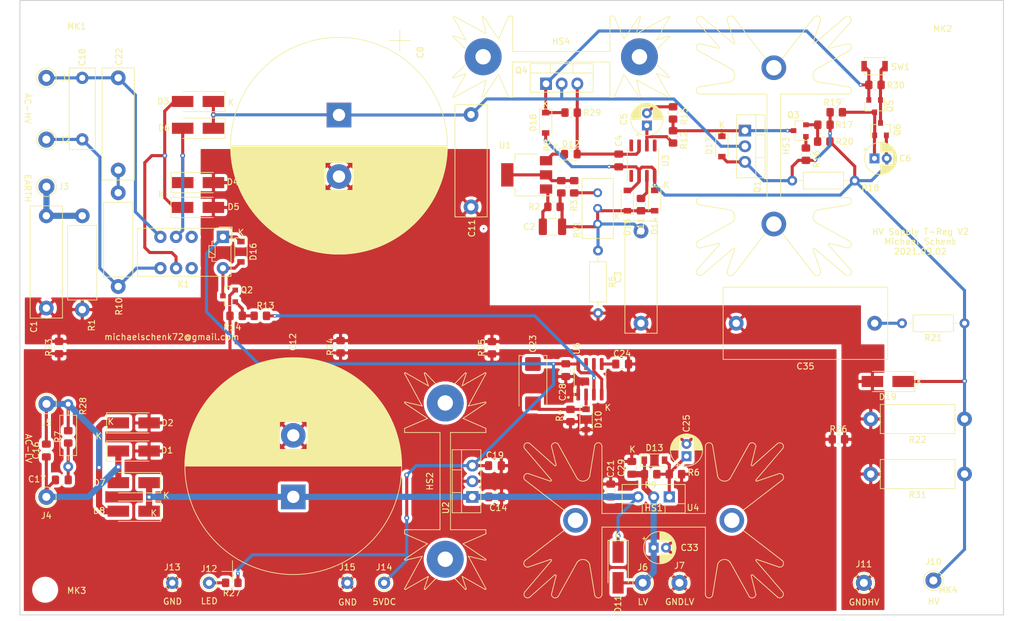
<source format=kicad_pcb>
(kicad_pcb (version 20171130) (host pcbnew 5.1.10-88a1d61d58~88~ubuntu16.04.1)
  (title_block (title "Discrete HV Supply T-Reg based") (date 2021-09-02) (rev V2))
  (layers (0 F.Cu signal) (31 B.Cu signal) (34 B.Paste user) (35 F.Paste user) (36 B.SilkS user) (37 F.SilkS user) (38 B.Mask user) (39 F.Mask user) (44 Edge.Cuts user))
  (net 0 "")
  (net 1 "Net-(C1-Pad1)")
  (net 2 GND_LV)
  (net 3 +5VDC)
  (net 4 "Net-(Q3-Pad1)")
  (net 5 GND_HV)
  (net 6 "Net-(Q2-Pad1)")
  (net 7 "Net-(C24-Pad1)")
  (net 8 "Net-(C11-Pad2)")
  (net 9 "Net-(C13-Pad1)")
  (net 10 "Net-(C23-Pad2)")
  (net 11 "Net-(C25-Pad1)")
  (net 12 "Net-(C29-Pad1)")
  (net 13 "Net-(J12-Pad1)")
  (net 14 "Net-(R3-Pad2)")
  (net 15 "Net-(R13-Pad1)")
  (net 16 "Net-(C35-Pad1)")
  (net 17 "Net-(C17-Pad2)")
  (net 18 "Net-(C22-Pad1)")
  (net 19 "Net-(C12-Pad1)")
  (net 20 "Net-(C16-Pad2)")
  (net 21 "Net-(C16-Pad1)")
  (net 22 "Net-(C18-Pad2)")
  (net 23 "Net-(C18-Pad1)")
  (net 24 "Net-(C2-Pad2)")
  (net 25 "Net-(C2-Pad1)")
  (net 26 "Net-(C4-Pad2)")
  (net 27 "Net-(C4-Pad1)")
  (net 28 "Net-(C5-Pad2)")
  (net 29 "Net-(C5-Pad1)")
  (net 30 "Net-(C6-Pad1)")
  (net 31 "Net-(D12-Pad1)")
  (net 32 "Net-(D17-Pad2)")
  (net 33 "Net-(D17-Pad1)")
  (net 34 "Net-(D18-Pad1)")
  (net 35 "Net-(Q3-Pad2)")
  (net 36 "Net-(Q5-Pad1)")
  (net 37 "Net-(R3-Pad1)")
  (net 38 "Net-(R11-Pad1)")
  (net 39 "Net-(D3-Pad2)")
  (net 40 "Net-(D4-Pad1)")
  (net 41 RELCTRL)
  (module Diode_SMD:D_SMA_Handsoldering (layer F.Cu) (at 73.573 128.0795 180)
    (fp_text reference D8 (at 5.628 0.0635) (layer F.SilkS))
    (fp_text value BYG22B-E3)
    (pad 2 smd rect (at 2.5 0 180) (size 3.5 1.8) (layers F.Cu F.Paste F.Mask) (net 20 "Net-(C16-Pad2)"))
    (pad 1 smd rect (at -2.5 0 180) (size 3.5 1.8) (layers F.Cu F.Paste F.Mask) (net 19 "Net-(C12-Pad1)"))
  )
  (module Diode_SMD:D_SMA_Handsoldering (layer F.Cu) (at 73.573 123.444 180)
    (fp_text reference D7 (at 5.5645 0) (layer F.SilkS))
    (fp_text value BYG22B-E3)
    (pad 2 smd rect (at 2.5 0 180) (size 3.5 1.8) (layers F.Cu F.Paste F.Mask) (net 21 "Net-(C16-Pad1)"))
    (pad 1 smd rect (at -2.5 0 180) (size 3.5 1.8) (layers F.Cu F.Paste F.Mask) (net 19 "Net-(C12-Pad1)"))
  )
  (module Diode_SMD:D_SMA_Handsoldering (layer F.Cu) (at 73.573 113.7285)
    (fp_text reference D2 (at 5.4845 0) (layer F.SilkS))
    (fp_text value BYG22B-E3)
    (pad 2 smd rect (at 2.5 0) (size 3.5 1.8) (layers F.Cu F.Paste F.Mask) (net 2 GND_LV))
    (pad 1 smd rect (at -2.5 0) (size 3.5 1.8) (layers F.Cu F.Paste F.Mask) (net 20 "Net-(C16-Pad2)"))
  )
  (module Diode_SMD:D_SMA_Handsoldering (layer F.Cu) (at 73.573 118.3005)
    (fp_text reference D1 (at 5.421 -0.127) (layer F.SilkS))
    (fp_text value BYG22B-E3)
    (pad 2 smd rect (at 2.5 0) (size 3.5 1.8) (layers F.Cu F.Paste F.Mask) (net 2 GND_LV))
    (pad 1 smd rect (at -2.5 0) (size 3.5 1.8) (layers F.Cu F.Paste F.Mask) (net 21 "Net-(C16-Pad1)"))
  )
  (module Diode_SMD:D_SOD-123 (layer F.Cu) (at 140.5255 64.9595 270)
    (fp_text reference D18 (at 0.001 2.032 90) (layer F.SilkS))
    (fp_text value BZX79C5V6)
    (pad 2 smd rect (at 1.65 0 270) (size 0.9 1.2) (layers F.Cu F.Paste F.Mask) (net 26 "Net-(C4-Pad2)"))
    (pad 1 smd rect (at -1.65 0 270) (size 0.9 1.2) (layers F.Cu F.Paste F.Mask) (net 34 "Net-(D18-Pad1)"))
  )
  (module Diode_SMD:D_SOD-123 (layer F.Cu) (at 169.164 68.8076 270)
    (fp_text reference D17 (at -0.1006 2.0955 90) (layer F.SilkS))
    (fp_text value BZX79C12)
    (pad 2 smd rect (at 1.65 0 270) (size 0.9 1.2) (layers F.Cu F.Paste F.Mask) (net 32 "Net-(D17-Pad2)"))
    (pad 1 smd rect (at -1.65 0 270) (size 0.9 1.2) (layers F.Cu F.Paste F.Mask) (net 33 "Net-(D17-Pad1)"))
  )
  (module LED_SMD:LED_0805_2012Metric_Pad1.15x1.40mm_HandSolder (layer F.Cu) (at 144.6186 70.0532)
    (fp_text reference D12 (at 0 -1.65) (layer F.SilkS))
    (fp_text value LED)
    (pad 2 smd roundrect (at 1.025 0) (size 1.15 1.4) (layers F.Cu F.Paste F.Mask) (roundrect_rratio 0.217391) (net 27 "Net-(C4-Pad1)"))
    (pad 1 smd roundrect (at -1.025 0) (size 1.15 1.4) (layers F.Cu F.Paste F.Mask) (roundrect_rratio 0.217391) (net 31 "Net-(D12-Pad1)"))
  )
  (module Capacitor_THT:C_Rect_L18.0mm_W5.0mm_P15.00mm_FKS3_FKP3 (layer F.Cu) (at 71.0565 72.644 90)
    (fp_text reference C22 (at 18.429 0.127 90) (layer F.SilkS))
    (fp_text value Cs/630V)
    (pad 2 thru_hole circle (at 15 0 90) (size 2.4 2.4) (drill 1.2) (layers *.Cu *.Mask) (net 22 "Net-(C18-Pad2)"))
    (pad 1 thru_hole circle (at 0 0 90) (size 2.4 2.4) (drill 1.2) (layers *.Cu *.Mask) (net 18 "Net-(C22-Pad1)"))
  )
  (module Relay_THT:Relay_DPDT_Omron_G6S-2 (layer F.Cu) (at 88.0745 83.5025 270)
    (fp_text reference K1 (at 7.6835 6.4135 180) (layer F.SilkS))
    (fp_text value "G6S-2 DC5")
    (pad 5 thru_hole circle (at 0 10.16 270) (size 2 2) (drill 1) (layers *.Cu *.Mask) (net 22 "Net-(C18-Pad2)"))
    (pad 8 thru_hole circle (at 5.08 10.16 270) (size 2 2) (drill 1) (layers *.Cu *.Mask) (net 23 "Net-(C18-Pad1)"))
    (pad 3 thru_hole circle (at 0 5.08 270) (size 2 2) (drill 1) (layers *.Cu *.Mask))
    (pad 1 thru_hole rect (at 0 0 270) (size 2 2) (drill 1) (layers *.Cu *.Mask) (net 3 +5VDC))
    (pad 10 thru_hole circle (at 5.08 5.08 270) (size 2 2) (drill 1) (layers *.Cu *.Mask))
    (pad 12 thru_hole circle (at 5.08 0 270) (size 2 2) (drill 1) (layers *.Cu *.Mask) (net 41 RELCTRL))
    (pad 4 thru_hole circle (at 0 7.62 180) (size 2 2) (drill 1) (layers *.Cu *.Mask) (net 40 "Net-(D4-Pad1)"))
    (pad 9 thru_hole circle (at 5.08 7.62 180) (size 2 2) (drill 1) (layers *.Cu *.Mask) (net 39 "Net-(D3-Pad2)"))
  )
  (module Resistor_THT:R_Axial_DIN0414_L11.9mm_D4.5mm_P15.24mm_Horizontal (layer F.Cu) (at 208.5975 122.047 180)
    (fp_text reference R31 (at 7.62 -3.37) (layer F.SilkS))
    (fp_text value 100k/2W)
    (pad 2 thru_hole oval (at 15.24 0 180) (size 2.4 2.4) (drill 1.2) (layers *.Cu *.Mask) (net 5 GND_HV))
    (pad 1 thru_hole circle (at 0 0 180) (size 2.4 2.4) (drill 1.2) (layers *.Cu *.Mask) (net 26 "Net-(C4-Pad2)"))
  )
  (module Capacitor_THT:C_Rect_L18.0mm_W5.0mm_P15.00mm_FKS3_FKP3 (layer F.Cu) (at 156.0195 97.536 90)
    (fp_text reference C3 (at 7.5 -3.75 90) (layer F.SilkS))
    (fp_text value 100nF/630V)
    (pad 2 thru_hole circle (at 15 0 90) (size 2.4 2.4) (drill 1.2) (layers *.Cu *.Mask) (net 24 "Net-(C2-Pad2)"))
    (pad 1 thru_hole circle (at 0 0 90) (size 2.4 2.4) (drill 1.2) (layers *.Cu *.Mask) (net 5 GND_HV))
  )
  (module Button_Switch_SMD:SW_SPST_B3U-1000P (layer F.Cu) (at 193.978 55.753)
    (fp_text reference SW1 (at 4.2055 0.127) (layer F.SilkS))
    (fp_text value SW_Push)
    (pad 2 smd rect (at 1.7 0) (size 0.9 1.7) (layers F.Cu F.Paste F.Mask) (net 36 "Net-(Q5-Pad1)"))
    (pad 1 smd rect (at -1.7 0) (size 0.9 1.7) (layers F.Cu F.Paste F.Mask) (net 34 "Net-(D18-Pad1)"))
  )
  (module Resistor_THT:R_Axial_DIN0207_L6.3mm_D2.5mm_P10.16mm_Horizontal (layer F.Cu) (at 190.754 74.3585 180)
    (fp_text reference R18 (at -2.54 -1.2065) (layer F.SilkS))
    (fp_text value 16R/1W)
    (pad 2 thru_hole oval (at 10.16 0 180) (size 1.6 1.6) (drill 0.8) (layers *.Cu *.Mask) (net 32 "Net-(D17-Pad2)"))
    (pad 1 thru_hole circle (at 0 0 180) (size 1.6 1.6) (drill 0.8) (layers *.Cu *.Mask) (net 26 "Net-(C4-Pad2)"))
  )
  (module Package_SO:SOIC-8_3.9x4.9mm_P1.27mm (layer F.Cu) (at 156.337 71.1185 90)
    (fp_text reference U3 (at -0.0015 3.683 90) (layer F.SilkS))
    (fp_text value AD8031)
    (pad 8 smd roundrect (at 2.475 -1.905 90) (size 1.95 0.6) (layers F.Cu F.Paste F.Mask))
    (pad 7 smd roundrect (at 2.475 -0.635 90) (size 1.95 0.6) (layers F.Cu F.Paste F.Mask) (net 27 "Net-(C4-Pad1)"))
    (pad 6 smd roundrect (at 2.475 0.635 90) (size 1.95 0.6) (layers F.Cu F.Paste F.Mask) (net 29 "Net-(C5-Pad1)"))
    (pad 5 smd roundrect (at 2.475 1.905 90) (size 1.95 0.6) (layers F.Cu F.Paste F.Mask))
    (pad 4 smd roundrect (at -2.475 1.905 90) (size 1.95 0.6) (layers F.Cu F.Paste F.Mask) (net 26 "Net-(C4-Pad2)"))
    (pad 3 smd roundrect (at -2.475 0.635 90) (size 1.95 0.6) (layers F.Cu F.Paste F.Mask) (net 38 "Net-(R11-Pad1)"))
    (pad 2 smd roundrect (at -2.475 -0.635 90) (size 1.95 0.6) (layers F.Cu F.Paste F.Mask) (net 26 "Net-(C4-Pad2)"))
    (pad 1 smd roundrect (at -2.475 -1.905 90) (size 1.95 0.6) (layers F.Cu F.Paste F.Mask))
  )
  (module Package_TO_SOT_SMD:SOT-223-3_TabPin2 (layer F.Cu) (at 137.439 73.42 180)
    (fp_text reference U1 (at 3.5175 4.7765) (layer F.SilkS))
    (fp_text value LT3092xST)
    (pad 1 smd rect (at -3.15 -2.3 180) (size 2 1.5) (layers F.Cu F.Paste F.Mask) (net 25 "Net-(C2-Pad1)"))
    (pad 3 smd rect (at -3.15 2.3 180) (size 2 1.5) (layers F.Cu F.Paste F.Mask) (net 31 "Net-(D12-Pad1)"))
    (pad 2 smd rect (at -3.15 0 180) (size 2 1.5) (layers F.Cu F.Paste F.Mask) (net 37 "Net-(R3-Pad1)"))
    (pad 2 smd rect (at 3.15 0 180) (size 2 3.8) (layers F.Cu F.Paste F.Mask) (net 37 "Net-(R3-Pad1)"))
  )
  (module Potentiometer_THT:Potentiometer_Bourns_3296W_Vertical (layer F.Cu) (at 148.971 76.327 90)
    (fp_text reference RV1 (at -5.969 -3.3655 90) (layer F.SilkS))
    (fp_text value 5k)
    (pad 3 thru_hole circle (at -5.08 0 90) (size 1.44 1.44) (drill 0.8) (layers *.Cu *.Mask) (net 24 "Net-(C2-Pad2)"))
    (pad 2 thru_hole circle (at -2.54 0 90) (size 1.44 1.44) (drill 0.8) (layers *.Cu *.Mask) (net 24 "Net-(C2-Pad2)"))
    (pad 1 thru_hole circle (at 0 0 90) (size 1.44 1.44) (drill 0.8) (layers *.Cu *.Mask) (net 14 "Net-(R3-Pad2)"))
  )
  (module Resistor_SMD:R_0805_2012Metric_Pad1.20x1.40mm_HandSolder (layer F.Cu) (at 194.04 58.801)
    (fp_text reference R30 (at 3.3815 0.0635) (layer F.SilkS))
    (fp_text value "1k2 1/8W")
    (pad 2 smd roundrect (at 1 0) (size 1.2 1.4) (layers F.Cu F.Paste F.Mask) (roundrect_rratio 0.208333) (net 36 "Net-(Q5-Pad1)"))
    (pad 1 smd roundrect (at -1 0) (size 1.2 1.4) (layers F.Cu F.Paste F.Mask) (roundrect_rratio 0.208333) (net 34 "Net-(D18-Pad1)"))
  )
  (module Resistor_SMD:R_0805_2012Metric_Pad1.20x1.40mm_HandSolder (layer F.Cu) (at 144.6624 63.2968 180)
    (fp_text reference R29 (at -3.4196 -0.0127) (layer F.SilkS))
    (fp_text value "1k 1/8W")
    (pad 2 smd roundrect (at 1 0 180) (size 1.2 1.4) (layers F.Cu F.Paste F.Mask) (roundrect_rratio 0.208333) (net 34 "Net-(D18-Pad1)"))
    (pad 1 smd roundrect (at -1 0 180) (size 1.2 1.4) (layers F.Cu F.Paste F.Mask) (roundrect_rratio 0.208333) (net 27 "Net-(C4-Pad1)"))
  )
  (module Resistor_SMD:R_0805_2012Metric_Pad1.20x1.40mm_HandSolder (layer F.Cu) (at 185.7215 68.0085 180)
    (fp_text reference R20 (at -3.3815 0) (layer F.SilkS))
    (fp_text value "6R8 1/8W")
    (pad 2 smd roundrect (at 1 0 180) (size 1.2 1.4) (layers F.Cu F.Paste F.Mask) (roundrect_rratio 0.208333) (net 35 "Net-(Q3-Pad2)"))
    (pad 1 smd roundrect (at -1 0 180) (size 1.2 1.4) (layers F.Cu F.Paste F.Mask) (roundrect_rratio 0.208333) (net 26 "Net-(C4-Pad2)"))
  )
  (module Resistor_SMD:R_0805_2012Metric_Pad1.20x1.40mm_HandSolder (layer F.Cu) (at 187.7535 63.246 180)
    (fp_text reference R19 (at 0.619 1.5875) (layer F.SilkS))
    (fp_text value "33k 1/8W")
    (pad 2 smd roundrect (at 1 0 180) (size 1.2 1.4) (layers F.Cu F.Paste F.Mask) (roundrect_rratio 0.208333) (net 32 "Net-(D17-Pad2)"))
    (pad 1 smd roundrect (at -1 0 180) (size 1.2 1.4) (layers F.Cu F.Paste F.Mask) (roundrect_rratio 0.208333) (net 30 "Net-(C6-Pad1)"))
  )
  (module Resistor_SMD:R_0805_2012Metric_Pad1.20x1.40mm_HandSolder (layer F.Cu) (at 185.7535 65.278)
    (fp_text reference R17 (at 3.286 0) (layer F.SilkS))
    (fp_text value "22R 1/8W")
    (pad 2 smd roundrect (at 1 0) (size 1.2 1.4) (layers F.Cu F.Paste F.Mask) (roundrect_rratio 0.208333) (net 32 "Net-(D17-Pad2)"))
    (pad 1 smd roundrect (at -1 0) (size 1.2 1.4) (layers F.Cu F.Paste F.Mask) (roundrect_rratio 0.208333) (net 35 "Net-(Q3-Pad2)"))
  )
  (module Resistor_SMD:R_0805_2012Metric_Pad1.20x1.40mm_HandSolder (layer F.Cu) (at 182.8165 70.0565 270)
    (fp_text reference R16 (at 0.8095 -1.7145 90) (layer F.SilkS))
    (fp_text value "1k 1/8W")
    (pad 2 smd roundrect (at 1 0 270) (size 1.2 1.4) (layers F.Cu F.Paste F.Mask) (roundrect_rratio 0.208333) (net 32 "Net-(D17-Pad2)"))
    (pad 1 smd roundrect (at -1 0 270) (size 1.2 1.4) (layers F.Cu F.Paste F.Mask) (roundrect_rratio 0.208333) (net 4 "Net-(Q3-Pad1)"))
  )
  (module Resistor_SMD:R_0805_2012Metric_Pad1.20x1.40mm_HandSolder (layer F.Cu) (at 161.2265 63.357 270)
    (fp_text reference R15 (at 0.524 -1.8415 90) (layer F.SilkS))
    (fp_text value "220R 1/8W")
    (pad 2 smd roundrect (at 1 0 270) (size 1.2 1.4) (layers F.Cu F.Paste F.Mask) (roundrect_rratio 0.208333) (net 33 "Net-(D17-Pad1)"))
    (pad 1 smd roundrect (at -1 0 270) (size 1.2 1.4) (layers F.Cu F.Paste F.Mask) (roundrect_rratio 0.208333) (net 28 "Net-(C5-Pad2)"))
  )
  (module Resistor_SMD:R_0805_2012Metric_Pad1.20x1.40mm_HandSolder (layer F.Cu) (at 161.2265 67.2465 90)
    (fp_text reference R12 (at -0.5715 1.778 90) (layer F.SilkS))
    (fp_text value "3.9k 1/8W")
    (pad 2 smd roundrect (at 1 0 90) (size 1.2 1.4) (layers F.Cu F.Paste F.Mask) (roundrect_rratio 0.208333) (net 33 "Net-(D17-Pad1)"))
    (pad 1 smd roundrect (at -1 0 90) (size 1.2 1.4) (layers F.Cu F.Paste F.Mask) (roundrect_rratio 0.208333) (net 29 "Net-(C5-Pad1)"))
  )
  (module Resistor_SMD:R_0805_2012Metric_Pad1.20x1.40mm_HandSolder (layer F.Cu) (at 156.0195 78.248 270)
    (fp_text reference R11 (at 3.54 0.0635 90) (layer F.SilkS))
    (fp_text value "100R 1/8W")
    (pad 2 smd roundrect (at 1 0 270) (size 1.2 1.4) (layers F.Cu F.Paste F.Mask) (roundrect_rratio 0.208333) (net 24 "Net-(C2-Pad2)"))
    (pad 1 smd roundrect (at -1 0 270) (size 1.2 1.4) (layers F.Cu F.Paste F.Mask) (roundrect_rratio 0.208333) (net 38 "Net-(R11-Pad1)"))
  )
  (module Resistor_SMD:R_0805_2012Metric_Pad1.20x1.40mm_HandSolder (layer F.Cu) (at 143.0655 75.3585 270)
    (fp_text reference R8 (at -6.715 2.286 90) (layer F.SilkS))
    (fp_text value "1k5 1/8W")
    (pad 2 smd roundrect (at 1 0 270) (size 1.2 1.4) (layers F.Cu F.Paste F.Mask) (roundrect_rratio 0.208333) (net 24 "Net-(C2-Pad2)"))
    (pad 1 smd roundrect (at -1 0 270) (size 1.2 1.4) (layers F.Cu F.Paste F.Mask) (roundrect_rratio 0.208333) (net 37 "Net-(R3-Pad1)"))
  )
  (module Resistor_THT:R_Axial_DIN0207_L6.3mm_D2.5mm_P10.16mm_Horizontal (layer F.Cu) (at 149.0345 85.725 270)
    (fp_text reference R5 (at 5.08 -2.37 90) (layer F.SilkS))
    (fp_text value 348K/0.6W)
    (pad 2 thru_hole oval (at 10.16 0 270) (size 1.6 1.6) (drill 0.8) (layers *.Cu *.Mask) (net 5 GND_HV))
    (pad 1 thru_hole circle (at 0 0 270) (size 1.6 1.6) (drill 0.8) (layers *.Cu *.Mask) (net 24 "Net-(C2-Pad2)"))
  )
  (module Resistor_SMD:R_0805_2012Metric_Pad1.20x1.40mm_HandSolder (layer F.Cu) (at 145.161 75.3585 270)
    (fp_text reference R3 (at 3.064 0 90) (layer F.SilkS))
    (fp_text value "1k8 1/8W")
    (pad 2 smd roundrect (at 1 0 270) (size 1.2 1.4) (layers F.Cu F.Paste F.Mask) (roundrect_rratio 0.208333) (net 14 "Net-(R3-Pad2)"))
    (pad 1 smd roundrect (at -1 0 270) (size 1.2 1.4) (layers F.Cu F.Paste F.Mask) (roundrect_rratio 0.208333) (net 37 "Net-(R3-Pad1)"))
  )
  (module Resistor_SMD:R_0805_2012Metric_Pad1.20x1.40mm_HandSolder (layer F.Cu) (at 141.875 78.613)
    (fp_text reference R2 (at -3.191 0) (layer F.SilkS))
    (fp_text value "56k 1/8W")
    (pad 2 smd roundrect (at 1 0) (size 1.2 1.4) (layers F.Cu F.Paste F.Mask) (roundrect_rratio 0.208333) (net 24 "Net-(C2-Pad2)"))
    (pad 1 smd roundrect (at -1 0) (size 1.2 1.4) (layers F.Cu F.Paste F.Mask) (roundrect_rratio 0.208333) (net 25 "Net-(C2-Pad1)"))
  )
  (module Package_TO_SOT_SMD:SOT-23 (layer F.Cu) (at 194.9475 65.9925 90)
    (fp_text reference Q6 (at -0.111 2.728 90) (layer F.SilkS))
    (fp_text value BC850)
    (pad 3 smd rect (at 1 0 90) (size 0.9 0.8) (layers F.Cu F.Paste F.Mask) (net 36 "Net-(Q5-Pad1)"))
    (pad 2 smd rect (at -1 0.95 90) (size 0.9 0.8) (layers F.Cu F.Paste F.Mask) (net 26 "Net-(C4-Pad2)"))
    (pad 1 smd rect (at -1 -0.95 90) (size 0.9 0.8) (layers F.Cu F.Paste F.Mask) (net 30 "Net-(C6-Pad1)"))
  )
  (module Package_TO_SOT_SMD:SOT-23 (layer F.Cu) (at 193.99 62.246 270)
    (fp_text reference Q5 (at 0 -2.5 90) (layer F.SilkS))
    (fp_text value BC860)
    (pad 3 smd rect (at 1 0 270) (size 0.9 0.8) (layers F.Cu F.Paste F.Mask) (net 30 "Net-(C6-Pad1)"))
    (pad 2 smd rect (at -1 0.95 270) (size 0.9 0.8) (layers F.Cu F.Paste F.Mask) (net 34 "Net-(D18-Pad1)"))
    (pad 1 smd rect (at -1 -0.95 270) (size 0.9 0.8) (layers F.Cu F.Paste F.Mask) (net 36 "Net-(Q5-Pad1)"))
  )
  (module Package_TO_SOT_SMD:SOT-23 (layer F.Cu) (at 181.8165 66.233 180)
    (fp_text reference Q3 (at 1.032 2.5425) (layer F.SilkS))
    (fp_text value BC850)
    (pad 3 smd rect (at 1 0 180) (size 0.9 0.8) (layers F.Cu F.Paste F.Mask) (net 33 "Net-(D17-Pad1)"))
    (pad 2 smd rect (at -1 0.95 180) (size 0.9 0.8) (layers F.Cu F.Paste F.Mask) (net 35 "Net-(Q3-Pad2)"))
    (pad 1 smd rect (at -1 -0.95 180) (size 0.9 0.8) (layers F.Cu F.Paste F.Mask) (net 4 "Net-(Q3-Pad1)"))
  )
  (module Package_TO_SOT_THT:TO-220-3_Vertical (layer F.Cu) (at 172.9105 66.2305 270)
    (fp_text reference Q1 (at 9.144 -2.032 90) (layer F.SilkS))
    (fp_text value FDP12N60NZ)
    (pad 3 thru_hole oval (at 5.08 0 270) (size 1.905 2) (drill 1.1) (layers *.Cu *.Mask) (net 32 "Net-(D17-Pad2)"))
    (pad 2 thru_hole oval (at 2.54 0 270) (size 1.905 2) (drill 1.1) (layers *.Cu *.Mask) (net 8 "Net-(C11-Pad2)"))
    (pad 1 thru_hole rect (at 0 0 270) (size 1.905 2) (drill 1.1) (layers *.Cu *.Mask) (net 33 "Net-(D17-Pad1)"))
  )
  (module Heatsink:Heatsink_Fischer_SK104-STC-STIC_35x13mm_2xDrill2.5mm (layer F.Cu) (at 143.0655 54.229)
    (fp_text reference HS4 (at -0.025 -2.5) (layer F.SilkS))
    (fp_text value Heatsink)
    (pad 1 thru_hole circle (at -12.7 0 180) (size 6 6) (drill 2.5) (layers *.Cu *.Mask))
    (pad 1 thru_hole circle (at 12.7 0) (size 6 6) (drill 2.5) (layers *.Cu *.Mask))
  )
  (module Heatsink:Heatsink_Fischer_SK129-STS_42x25mm_2xDrill2.5mm (layer F.Cu) (at 177.6095 68.707 270)
    (fp_text reference HS3 (at 0 -2 90) (layer F.SilkS))
    (fp_text value Heatsink)
    (pad 1 thru_hole circle (at -12.7 0 90) (size 4 4) (drill 2.5) (layers *.Cu *.Mask))
    (pad 1 thru_hole circle (at 12.7 0 270) (size 4 4) (drill 2.5) (layers *.Cu *.Mask))
  )
  (module Diode_SMD:D_SMA_Handsoldering (layer F.Cu) (at 196.128 106.9975 180)
    (fp_text reference D19 (at 0 -2.5) (layer F.SilkS))
    (fp_text value 1N4007)
    (pad 2 smd rect (at 2.5 0 180) (size 3.5 1.8) (layers F.Cu F.Paste F.Mask) (net 5 GND_HV))
    (pad 1 smd rect (at -2.5 0 180) (size 3.5 1.8) (layers F.Cu F.Paste F.Mask) (net 26 "Net-(C4-Pad2)"))
  )
  (module Diode_SMD:D_SOD-123 (layer F.Cu) (at 153.797 77.598 90)
    (fp_text reference D15 (at -4.317 0 90) (layer F.SilkS))
    (fp_text value BAT42W-V)
    (pad 2 smd rect (at 1.65 0 90) (size 0.9 1.2) (layers F.Cu F.Paste F.Mask) (net 26 "Net-(C4-Pad2)"))
    (pad 1 smd rect (at -1.65 0 90) (size 0.9 1.2) (layers F.Cu F.Paste F.Mask) (net 24 "Net-(C2-Pad2)"))
  )
  (module Diode_SMD:D_SOD-123 (layer F.Cu) (at 158.242 77.596 270)
    (fp_text reference D14 (at 4.1285 0 90) (layer F.SilkS))
    (fp_text value BAT42W-V)
    (pad 2 smd rect (at 1.65 0 270) (size 0.9 1.2) (layers F.Cu F.Paste F.Mask) (net 24 "Net-(C2-Pad2)"))
    (pad 1 smd rect (at -1.65 0 270) (size 0.9 1.2) (layers F.Cu F.Paste F.Mask) (net 26 "Net-(C4-Pad2)"))
  )
  (module Capacitor_THT:C_Rect_L26.5mm_W11.5mm_P22.50mm_MKS4 (layer F.Cu) (at 193.9925 97.536 180)
    (fp_text reference C35 (at 11.25 -7) (layer F.SilkS))
    (fp_text value 1uF/630V)
    (pad 2 thru_hole circle (at 22.5 0 180) (size 2.4 2.4) (drill 1.2) (layers *.Cu *.Mask) (net 5 GND_HV))
    (pad 1 thru_hole circle (at 0 0 180) (size 2.4 2.4) (drill 1.2) (layers *.Cu *.Mask) (net 16 "Net-(C35-Pad1)"))
  )
  (module Capacitor_THT:CP_Radial_D5.0mm_P2.00mm (layer F.Cu) (at 193.961 70.739)
    (fp_text reference C6 (at 4.9845 0) (layer F.SilkS))
    (fp_text value 10uF/35V)
    (pad 2 thru_hole circle (at 2 0) (size 1.6 1.6) (drill 0.8) (layers *.Cu *.Mask) (net 26 "Net-(C4-Pad2)"))
    (pad 1 thru_hole rect (at 0 0) (size 1.6 1.6) (drill 0.8) (layers *.Cu *.Mask) (net 30 "Net-(C6-Pad1)"))
  )
  (module Capacitor_THT:CP_Radial_D5.0mm_P2.00mm (layer F.Cu) (at 156.972 65.405 90)
    (fp_text reference C5 (at 1 -3.75 90) (layer F.SilkS))
    (fp_text value 33uF/35V)
    (pad 2 thru_hole circle (at 2 0 90) (size 1.6 1.6) (drill 0.8) (layers *.Cu *.Mask) (net 28 "Net-(C5-Pad2)"))
    (pad 1 thru_hole rect (at 0 0 90) (size 1.6 1.6) (drill 0.8) (layers *.Cu *.Mask) (net 29 "Net-(C5-Pad1)"))
  )
  (module Capacitor_SMD:C_0805_2012Metric_Pad1.18x1.45mm_HandSolder (layer F.Cu) (at 152.4 71.078 270)
    (fp_text reference C4 (at -3.1965 0 90) (layer F.SilkS))
    (fp_text value 1uF/50V)
    (pad 2 smd roundrect (at 1.0375 0 270) (size 1.175 1.45) (layers F.Cu F.Paste F.Mask) (roundrect_rratio 0.212766) (net 26 "Net-(C4-Pad2)"))
    (pad 1 smd roundrect (at -1.0375 0 270) (size 1.175 1.45) (layers F.Cu F.Paste F.Mask) (roundrect_rratio 0.212766) (net 27 "Net-(C4-Pad1)"))
  )
  (module Capacitor_SMD:C_1210_3225Metric_Pad1.33x2.70mm_HandSolder (layer F.Cu) (at 141.63 81.8515)
    (fp_text reference C2 (at -3.7715 0) (layer F.SilkS))
    (fp_text value 3.3uF/50V)
    (pad 2 smd roundrect (at 1.5625 0) (size 1.325 2.7) (layers F.Cu F.Paste F.Mask) (roundrect_rratio 0.188679) (net 24 "Net-(C2-Pad2)"))
    (pad 1 smd roundrect (at -1.5625 0) (size 1.325 2.7) (layers F.Cu F.Paste F.Mask) (roundrect_rratio 0.188679) (net 25 "Net-(C2-Pad1)"))
  )
  (module Resistor_THT:R_Axial_DIN0207_L6.3mm_D2.5mm_P10.16mm_Horizontal (layer F.Cu) (at 62.9285 120.8405 90)
    (fp_text reference R28 (at 9.8425 2.413 90) (layer F.SilkS))
    (fp_text value Rs/0.6W)
    (pad 2 thru_hole oval (at 10.16 0 90) (size 1.6 1.6) (drill 0.8) (layers *.Cu *.Mask) (net 20 "Net-(C16-Pad2)"))
    (pad 1 thru_hole circle (at 0 0 90) (size 1.6 1.6) (drill 0.8) (layers *.Cu *.Mask) (net 17 "Net-(C17-Pad2)"))
  )
  (module Resistor_THT:R_Axial_DIN0414_L11.9mm_D4.5mm_P15.24mm_Horizontal (layer F.Cu) (at 71.0565 76.327 270)
    (fp_text reference R10 (at 18.4785 -0.127 90) (layer F.SilkS))
    (fp_text value Rs/2W)
    (pad 2 thru_hole oval (at 15.24 0 270) (size 2.4 2.4) (drill 1.2) (layers *.Cu *.Mask) (net 23 "Net-(C18-Pad1)"))
    (pad 1 thru_hole circle (at 0 0 270) (size 2.4 2.4) (drill 1.2) (layers *.Cu *.Mask) (net 18 "Net-(C22-Pad1)"))
  )
  (module Capacitor_THT:C_Rect_L13.0mm_W4.0mm_P10.00mm_FKS3_FKP3_MKS4 (layer F.Cu) (at 65.2145 67.658 90)
    (fp_text reference C18 (at 13.3655 0 90) (layer F.SilkS))
    (fp_text value Cx/10nF/630V)
    (pad 2 thru_hole circle (at 10 0 90) (size 2 2) (drill 1) (layers *.Cu *.Mask) (net 22 "Net-(C18-Pad2)"))
    (pad 1 thru_hole circle (at 0 0 90) (size 2 2) (drill 1) (layers *.Cu *.Mask) (net 23 "Net-(C18-Pad1)"))
  )
  (module Resistor_SMD:R_0805_2012Metric_Pad1.20x1.40mm_HandSolder (layer F.Cu) (at 62.9285 115.9985 90)
    (fp_text reference R7 (at 0 -1.65 90) (layer F.SilkS))
    (fp_text value Rs/1/8W)
    (pad 2 smd roundrect (at 1 0 90) (size 1.2 1.4) (layers F.Cu F.Paste F.Mask) (roundrect_rratio 0.2083325) (net 20 "Net-(C16-Pad2)"))
    (pad 1 smd roundrect (at -1 0 90) (size 1.2 1.4) (layers F.Cu F.Paste F.Mask) (roundrect_rratio 0.2083325) (net 17 "Net-(C17-Pad2)"))
  )
  (module Capacitor_SMD:C_0805_2012Metric_Pad1.18x1.45mm_HandSolder (layer F.Cu) (at 61.891 122.9995)
    (fp_text reference C17 (at -4.022 -0.127) (layer F.SilkS))
    (fp_text value Cs/50V)
    (pad 2 smd roundrect (at 1.0375 0) (size 1.175 1.45) (layers F.Cu F.Paste F.Mask) (roundrect_rratio 0.2127659574468085) (net 17 "Net-(C17-Pad2)"))
    (pad 1 smd roundrect (at -1.0375 0) (size 1.175 1.45) (layers F.Cu F.Paste F.Mask) (roundrect_rratio 0.2127659574468085) (net 21 "Net-(C16-Pad1)"))
  )
  (module Capacitor_SMD:C_0805_2012Metric_Pad1.18x1.45mm_HandSolder (layer F.Cu) (at 59.3725 118.2155 90)
    (fp_text reference C16 (at 0 -1.68 90) (layer F.SilkS))
    (fp_text value Cx/10nF/50V)
    (pad 2 smd roundrect (at 1.0375 0 90) (size 1.175 1.45) (layers F.Cu F.Paste F.Mask) (roundrect_rratio 0.2127659574468085) (net 20 "Net-(C16-Pad2)"))
    (pad 1 smd roundrect (at -1.0375 0 90) (size 1.175 1.45) (layers F.Cu F.Paste F.Mask) (roundrect_rratio 0.2127659574468085) (net 21 "Net-(C16-Pad1)"))
  )
  (module Heatsink:Heatsink_Fischer_SK104-STC-STIC_35x13mm_2xDrill2.5mm (layer F.Cu) (at 124.206 123.19 90)
    (fp_text reference HS2 (at -0.025 -2.5 90) (layer F.SilkS))
    (fp_text value Heatsink)
    (pad 1 thru_hole circle (at -12.7 0 270) (size 6 6) (drill 2.5) (layers *.Cu *.Mask))
    (pad 1 thru_hole circle (at 12.7 0 90) (size 6 6) (drill 2.5) (layers *.Cu *.Mask))
  )
  (module Package_TO_SOT_SMD:SOT-23 (layer F.Cu) (at 89.0745 93.091 180)
    (fp_text reference Q2 (at -2.8735 0.9525) (layer F.SilkS))
    (fp_text value MMBT3904-TP)
    (pad 3 smd rect (at 1 0 180) (size 0.9 0.8) (layers F.Cu F.Paste F.Mask) (net 41 RELCTRL))
    (pad 2 smd rect (at -1 0.95 180) (size 0.9 0.8) (layers F.Cu F.Paste F.Mask) (net 2 GND_LV))
    (pad 1 smd rect (at -1 -0.95 180) (size 0.9 0.8) (layers F.Cu F.Paste F.Mask) (net 6 "Net-(Q2-Pad1)"))
  )
  (module Capacitor_THT:CP_Radial_D35.0mm_P10.00mm_SnapIn (layer F.Cu) (at 99.5045 125.753 90)
    (fp_text reference C12 (at 25.169 -0.0635 90) (layer F.SilkS))
    (fp_text value 22000uF/25V)
    (pad 2 thru_hole circle (at 10 0 90) (size 4 4) (drill 2) (layers *.Cu *.Mask) (net 2 GND_LV))
    (pad 1 thru_hole rect (at 0 0 90) (size 4 4) (drill 2) (layers *.Cu *.Mask) (net 19 "Net-(C12-Pad1)"))
  )
  (module Package_TO_SOT_THT:TO-220-3_Vertical (layer F.Cu) (at 128.613 125.753 90)
    (fp_text reference U2 (at -1.778 -4.318 90) (layer F.SilkS))
    (fp_text value LM7805_TO220)
    (pad 1 thru_hole rect (at 0 0 90) (size 1.905 2) (drill 1.1) (layers *.Cu *.Mask) (net 19 "Net-(C12-Pad1)"))
    (pad 2 thru_hole oval (at 2.54 0 90) (size 1.905 2) (drill 1.1) (layers *.Cu *.Mask) (net 2 GND_LV))
    (pad 3 thru_hole oval (at 5.08 0 90) (size 1.905 2) (drill 1.1) (layers *.Cu *.Mask) (net 3 +5VDC))
  )
  (module Heatsink:Heatsink_Fischer_SK129-STS_42x25mm_2xDrill2.5mm (layer F.Cu) (at 158.077 129.563)
    (fp_text reference HS1 (at 0 -2) (layer F.SilkS))
    (fp_text value Heatsink)
    (pad 1 thru_hole circle (at -12.7 0 180) (size 4 4) (drill 2.5) (layers *.Cu *.Mask))
    (pad 1 thru_hole circle (at 12.7 0) (size 4 4) (drill 2.5) (layers *.Cu *.Mask))
  )
  (module Diode_SMD:D_SMA_Handsoldering (layer F.Cu) (at 152.2985 137.223 270)
    (fp_text reference D11 (at 5.9695 0.0255 90) (layer F.SilkS))
    (fp_text value 1N4007)
    (pad 2 smd rect (at 2.5 0 270) (size 3.5 1.8) (layers F.Cu F.Paste F.Mask) (net 12 "Net-(C29-Pad1)"))
    (pad 1 smd rect (at -2.5 0 270) (size 3.5 1.8) (layers F.Cu F.Paste F.Mask) (net 19 "Net-(C12-Pad1)"))
  )
  (module Resistor_THT:R_Axial_DIN0414_L11.9mm_D4.5mm_P15.24mm_Horizontal (layer F.Cu) (at 208.5975 113.0935 180)
    (fp_text reference R22 (at 7.62 -3.37) (layer F.SilkS))
    (fp_text value 100k/2W)
    (pad 2 thru_hole oval (at 15.24 0 180) (size 2.4 2.4) (drill 1.2) (layers *.Cu *.Mask) (net 5 GND_HV))
    (pad 1 thru_hole circle (at 0 0 180) (size 2.4 2.4) (drill 1.2) (layers *.Cu *.Mask) (net 26 "Net-(C4-Pad2)"))
  )
  (module Diode_SMD:D_SOD-123 (layer F.Cu) (at 158.203 119.784)
    (fp_text reference D13 (at 0 -2) (layer F.SilkS))
    (fp_text value 1N4148W)
    (pad 2 smd rect (at 1.65 0) (size 0.9 1.2) (layers F.Cu F.Paste F.Mask) (net 11 "Net-(C25-Pad1)"))
    (pad 1 smd rect (at -1.65 0) (size 0.9 1.2) (layers F.Cu F.Paste F.Mask) (net 12 "Net-(C29-Pad1)"))
  )
  (module Capacitor_THT:CP_Radial_D5.0mm_P2.00mm (layer F.Cu) (at 163.411 119.149 90)
    (fp_text reference C25 (at 5.334 0 90) (layer F.SilkS))
    (fp_text value 10uF/25V)
    (pad 2 thru_hole circle (at 2 0 90) (size 1.6 1.6) (drill 0.8) (layers *.Cu *.Mask) (net 2 GND_LV))
    (pad 1 thru_hole rect (at 0 0 90) (size 1.6 1.6) (drill 0.8) (layers *.Cu *.Mask) (net 11 "Net-(C25-Pad1)"))
  )
  (module Resistor_SMD:R_0805_2012Metric_Pad1.20x1.40mm_HandSolder (layer F.Cu) (at 61.43 101.48 90)
    (fp_text reference R23 (at 0 -1.65 90) (layer F.SilkS))
    (fp_text value 1R/0.5W)
    (pad 2 smd roundrect (at 1 0 90) (size 1.2 1.4) (layers F.Cu F.Paste F.Mask) (roundrect_rratio 0.2083325) (net 5 GND_HV))
    (pad 1 smd roundrect (at -1 0 90) (size 1.2 1.4) (layers F.Cu F.Paste F.Mask) (roundrect_rratio 0.2083325) (net 2 GND_LV))
  )
  (module Resistor_THT:R_Axial_DIN0414_L11.9mm_D4.5mm_P15.24mm_Horizontal (layer F.Cu) (at 65.2145 80.0735 270)
    (fp_text reference R1 (at 17.78 -1.524 90) (layer F.SilkS))
    (fp_text value 100R/2W)
    (pad 2 thru_hole oval (at 15.24 0 270) (size 2.4 2.4) (drill 1.2) (layers *.Cu *.Mask) (net 5 GND_HV))
    (pad 1 thru_hole circle (at 0 0 270) (size 2.4 2.4) (drill 1.2) (layers *.Cu *.Mask) (net 1 "Net-(C1-Pad1)"))
  )
  (module Diode_SMD:D_SMA_Handsoldering (layer F.Cu) (at 84.034 74.676)
    (fp_text reference D4 (at 5.637 -0.104) (layer F.SilkS))
    (fp_text value BYG20J)
    (pad 2 smd rect (at 2.5 0) (size 3.5 1.8) (layers F.Cu F.Paste F.Mask) (net 5 GND_HV))
    (pad 1 smd rect (at -2.5 0) (size 3.5 1.8) (layers F.Cu F.Paste F.Mask) (net 40 "Net-(D4-Pad1)"))
  )
  (module Diode_SMD:D_SMA_Handsoldering (layer F.Cu) (at 84.034 65.8495 180)
    (fp_text reference D6 (at 5.548 0.0635) (layer F.SilkS))
    (fp_text value BYG20J)
    (pad 2 smd rect (at 2.5 0 180) (size 3.5 1.8) (layers F.Cu F.Paste F.Mask) (net 40 "Net-(D4-Pad1)"))
    (pad 1 smd rect (at -2.5 0 180) (size 3.5 1.8) (layers F.Cu F.Paste F.Mask) (net 8 "Net-(C11-Pad2)"))
  )
  (module Diode_SMD:D_SMA_Handsoldering (layer F.Cu) (at 84.0214 78.7122)
    (fp_text reference D5 (at 5.7676 -0.0992) (layer F.SilkS))
    (fp_text value BYG20J)
    (pad 2 smd rect (at 2.5 0) (size 3.5 1.8) (layers F.Cu F.Paste F.Mask) (net 5 GND_HV))
    (pad 1 smd rect (at -2.5 0) (size 3.5 1.8) (layers F.Cu F.Paste F.Mask) (net 39 "Net-(D3-Pad2)"))
  )
  (module Diode_SMD:D_SMA_Handsoldering (layer F.Cu) (at 84.0214 61.491 180)
    (fp_text reference D3 (at 5.637 0.023) (layer F.SilkS))
    (fp_text value BYG20J)
    (pad 2 smd rect (at 2.5 0 180) (size 3.5 1.8) (layers F.Cu F.Paste F.Mask) (net 39 "Net-(D3-Pad2)"))
    (pad 1 smd rect (at -2.5 0 180) (size 3.5 1.8) (layers F.Cu F.Paste F.Mask) (net 8 "Net-(C11-Pad2)"))
  )
  (module Package_SO:SOIC-8_3.9x4.9mm_P1.27mm (layer F.Cu) (at 147.7265 106.638 90)
    (fp_text reference U6 (at 5.015 -2.159 90) (layer F.SilkS))
    (fp_text value TLC555CDR)
    (pad 8 smd roundrect (at 2.475 -1.905 90) (size 1.95 0.6) (layers F.Cu F.Paste F.Mask) (net 3 +5VDC))
    (pad 7 smd roundrect (at 2.475 -0.635 90) (size 1.95 0.6) (layers F.Cu F.Paste F.Mask))
    (pad 6 smd roundrect (at 2.475 0.635 90) (size 1.95 0.6) (layers F.Cu F.Paste F.Mask) (net 3 +5VDC))
    (pad 5 smd roundrect (at 2.475 1.905 90) (size 1.95 0.6) (layers F.Cu F.Paste F.Mask) (net 7 "Net-(C24-Pad1)"))
    (pad 4 smd roundrect (at -2.475 1.905 90) (size 1.95 0.6) (layers F.Cu F.Paste F.Mask) (net 3 +5VDC))
    (pad 3 smd roundrect (at -2.475 0.635 90) (size 1.95 0.6) (layers F.Cu F.Paste F.Mask) (net 15 "Net-(R13-Pad1)"))
    (pad 2 smd roundrect (at -2.475 -0.635 90) (size 1.95 0.6) (layers F.Cu F.Paste F.Mask) (net 10 "Net-(C23-Pad2)"))
    (pad 1 smd roundrect (at -2.475 -1.905 90) (size 1.95 0.6) (layers F.Cu F.Paste F.Mask) (net 2 GND_LV))
  )
  (module Package_TO_SOT_THT:TO-220-3_Vertical (layer F.Cu) (at 140.589 58.6105)
    (fp_text reference Q4 (at -4.0005 -2.159) (layer F.SilkS))
    (fp_text value IXTP1R6N50D2)
    (pad 3 thru_hole oval (at 5.08 0) (size 1.905 2) (drill 1.1) (layers *.Cu *.Mask) (net 27 "Net-(C4-Pad1)"))
    (pad 2 thru_hole oval (at 2.54 0) (size 1.905 2) (drill 1.1) (layers *.Cu *.Mask) (net 8 "Net-(C11-Pad2)"))
    (pad 1 thru_hole rect (at 0 0) (size 1.905 2) (drill 1.1) (layers *.Cu *.Mask) (net 34 "Net-(D18-Pad1)"))
  )
  (module Resistor_SMD:R_0805_2012Metric_Pad1.20x1.40mm_HandSolder (layer F.Cu) (at 188.103 116.3955)
    (fp_text reference R26 (at 0 -1.65) (layer F.SilkS))
    (fp_text value 1R/0.5W)
    (pad 2 smd roundrect (at 1 0) (size 1.2 1.4) (layers F.Cu F.Paste F.Mask) (roundrect_rratio 0.2083325) (net 5 GND_HV))
    (pad 1 smd roundrect (at -1 0) (size 1.2 1.4) (layers F.Cu F.Paste F.Mask) (roundrect_rratio 0.2083325) (net 2 GND_LV))
  )
  (module Resistor_SMD:R_0805_2012Metric_Pad1.20x1.40mm_HandSolder (layer F.Cu) (at 131.788 101.512 90)
    (fp_text reference R25 (at 0 -1.65 90) (layer F.SilkS))
    (fp_text value 1R/0.5W)
    (pad 2 smd roundrect (at 1 0 90) (size 1.2 1.4) (layers F.Cu F.Paste F.Mask) (roundrect_rratio 0.2083325) (net 5 GND_HV))
    (pad 1 smd roundrect (at -1 0 90) (size 1.2 1.4) (layers F.Cu F.Paste F.Mask) (roundrect_rratio 0.2083325) (net 2 GND_LV))
  )
  (module Resistor_SMD:R_0805_2012Metric_Pad1.20x1.40mm_HandSolder (layer F.Cu) (at 107.188 101.362 90)
    (fp_text reference R24 (at 0 -1.65 90) (layer F.SilkS))
    (fp_text value 1R/0.5W)
    (pad 2 smd roundrect (at 1 0 90) (size 1.2 1.4) (layers F.Cu F.Paste F.Mask) (roundrect_rratio 0.2083325) (net 5 GND_HV))
    (pad 1 smd roundrect (at -1 0 90) (size 1.2 1.4) (layers F.Cu F.Paste F.Mask) (roundrect_rratio 0.2083325) (net 2 GND_LV))
  )
  (module Resistor_SMD:R_0805_2012Metric_Pad1.20x1.40mm_HandSolder (layer F.Cu) (at 157.585 122.07)
    (fp_text reference R9 (at -0.016 1.778) (layer F.SilkS))
    (fp_text value "240R 1/8W")
    (pad 2 smd roundrect (at 1 0) (size 1.2 1.4) (layers F.Cu F.Paste F.Mask) (roundrect_rratio 0.2083325) (net 11 "Net-(C25-Pad1)"))
    (pad 1 smd roundrect (at -1 0) (size 1.2 1.4) (layers F.Cu F.Paste F.Mask) (roundrect_rratio 0.2083325) (net 12 "Net-(C29-Pad1)"))
  )
  (module Resistor_SMD:R_0805_2012Metric_Pad1.20x1.40mm_HandSolder (layer F.Cu) (at 161.617 122.07)
    (fp_text reference R6 (at 2.975 -0.277) (layer F.SilkS))
    (fp_text value "976R 1/8W")
    (pad 2 smd roundrect (at 1 0) (size 1.2 1.4) (layers F.Cu F.Paste F.Mask) (roundrect_rratio 0.2083325) (net 2 GND_LV))
    (pad 1 smd roundrect (at -1 0) (size 1.2 1.4) (layers F.Cu F.Paste F.Mask) (roundrect_rratio 0.2083325) (net 11 "Net-(C25-Pad1)"))
  )
  (module Resistor_SMD:R_0805_2012Metric_Pad1.20x1.40mm_HandSolder (layer F.Cu) (at 89.513 139.723 180)
    (fp_text reference R27 (at 0 -1.65) (layer F.SilkS))
    (fp_text value "470R 1/8W")
    (pad 2 smd roundrect (at 1 0 180) (size 1.2 1.4) (layers F.Cu F.Paste F.Mask) (roundrect_rratio 0.2083325) (net 13 "Net-(J12-Pad1)"))
    (pad 1 smd roundrect (at -1 0 180) (size 1.2 1.4) (layers F.Cu F.Paste F.Mask) (roundrect_rratio 0.2083325) (net 3 +5VDC))
  )
  (module Resistor_SMD:R_0805_2012Metric_Pad1.20x1.40mm_HandSolder (layer F.Cu) (at 90.2175 96.3295)
    (fp_text reference R14 (at -0.619 1.8415) (layer F.SilkS))
    (fp_text value "2.49k 1/8W")
    (pad 2 smd roundrect (at 1 0) (size 1.2 1.4) (layers F.Cu F.Paste F.Mask) (roundrect_rratio 0.2083325) (net 6 "Net-(Q2-Pad1)"))
    (pad 1 smd roundrect (at -1 0) (size 1.2 1.4) (layers F.Cu F.Paste F.Mask) (roundrect_rratio 0.2083325) (net 2 GND_LV))
  )
  (module Resistor_SMD:R_0805_2012Metric_Pad1.20x1.40mm_HandSolder (layer F.Cu) (at 94.1545 96.3295 180)
    (fp_text reference R13 (at -0.8415 1.651) (layer F.SilkS))
    (fp_text value "2.49k 1/8W")
    (pad 2 smd roundrect (at 1 0 180) (size 1.2 1.4) (layers F.Cu F.Paste F.Mask) (roundrect_rratio 0.2083325) (net 6 "Net-(Q2-Pad1)"))
    (pad 1 smd roundrect (at -1 0 180) (size 1.2 1.4) (layers F.Cu F.Paste F.Mask) (roundrect_rratio 0.2083325) (net 15 "Net-(R13-Pad1)"))
  )
  (module Resistor_SMD:R_0805_2012Metric_Pad1.20x1.40mm_HandSolder (layer F.Cu) (at 144.5515 112.529 270)
    (fp_text reference R4 (at 0.016 1.778 90) (layer F.SilkS))
    (fp_text value "1Meg 1/8W")
    (pad 2 smd roundrect (at 1 0 270) (size 1.2 1.4) (layers F.Cu F.Paste F.Mask) (roundrect_rratio 0.2083325) (net 2 GND_LV))
    (pad 1 smd roundrect (at -1 0 270) (size 1.2 1.4) (layers F.Cu F.Paste F.Mask) (roundrect_rratio 0.2083325) (net 10 "Net-(C23-Pad2)"))
  )
  (module Capacitor_SMD:C_0805_2012Metric_Pad1.18x1.45mm_HandSolder (layer F.Cu) (at 154.521 121.0325 90)
    (fp_text reference C29 (at 0 -1.68 90) (layer F.SilkS))
    (fp_text value 100nF/50V)
    (pad 2 smd roundrect (at 1.0375 0 90) (size 1.175 1.45) (layers F.Cu F.Paste F.Mask) (roundrect_rratio 0.2127659574468085) (net 2 GND_LV))
    (pad 1 smd roundrect (at -1.0375 0 90) (size 1.175 1.45) (layers F.Cu F.Paste F.Mask) (roundrect_rratio 0.2127659574468085) (net 12 "Net-(C29-Pad1)"))
  )
  (module Capacitor_SMD:C_0805_2012Metric_Pad1.18x1.45mm_HandSolder (layer F.Cu) (at 151.092 124.7155 90)
    (fp_text reference C21 (at 3.5345 0 90) (layer F.SilkS))
    (fp_text value 100nF/50V)
    (pad 2 smd roundrect (at 1.0375 0 90) (size 1.175 1.45) (layers F.Cu F.Paste F.Mask) (roundrect_rratio 0.2127659574468085) (net 2 GND_LV))
    (pad 1 smd roundrect (at -1.0375 0 90) (size 1.175 1.45) (layers F.Cu F.Paste F.Mask) (roundrect_rratio 0.2127659574468085) (net 19 "Net-(C12-Pad1)"))
  )
  (module Capacitor_SMD:C_0805_2012Metric_Pad1.18x1.45mm_HandSolder (layer F.Cu) (at 143.7895 105.1575 270)
    (fp_text reference C28 (at 3.5775 0.508 90) (layer F.SilkS))
    (fp_text value 100nF/50V)
    (pad 2 smd roundrect (at 1.0375 0 270) (size 1.175 1.45) (layers F.Cu F.Paste F.Mask) (roundrect_rratio 0.2127659574468085) (net 2 GND_LV))
    (pad 1 smd roundrect (at -1.0375 0 270) (size 1.175 1.45) (layers F.Cu F.Paste F.Mask) (roundrect_rratio 0.2127659574468085) (net 3 +5VDC))
  )
  (module Capacitor_SMD:C_0805_2012Metric_Pad1.18x1.45mm_HandSolder (layer F.Cu) (at 152.955 104.163)
    (fp_text reference C24 (at 0 -1.68) (layer F.SilkS))
    (fp_text value 100nF/50V)
    (pad 2 smd roundrect (at 1.0375 0) (size 1.175 1.45) (layers F.Cu F.Paste F.Mask) (roundrect_rratio 0.2127659574468085) (net 2 GND_LV))
    (pad 1 smd roundrect (at -1.0375 0) (size 1.175 1.45) (layers F.Cu F.Paste F.Mask) (roundrect_rratio 0.2127659574468085) (net 7 "Net-(C24-Pad1)"))
  )
  (module Capacitor_SMD:C_0805_2012Metric_Pad1.18x1.45mm_HandSolder (layer F.Cu) (at 132.2745 120.673)
    (fp_text reference C19 (at 0 -1.68) (layer F.SilkS))
    (fp_text value 100nF/50V)
    (pad 1 smd roundrect (at -1.0375 0) (size 1.175 1.45) (layers F.Cu F.Paste F.Mask) (roundrect_rratio 0.2127659574468085) (net 3 +5VDC))
    (pad 2 smd roundrect (at 1.0375 0) (size 1.175 1.45) (layers F.Cu F.Paste F.Mask) (roundrect_rratio 0.2127659574468085) (net 2 GND_LV))
  )
  (module Capacitor_SMD:C_0805_2012Metric_Pad1.18x1.45mm_HandSolder (layer F.Cu) (at 132.3175 125.753)
    (fp_text reference C14 (at 0.508 1.778) (layer F.SilkS))
    (fp_text value 330nF/50V)
    (pad 1 smd roundrect (at -1.0375 0) (size 1.175 1.45) (layers F.Cu F.Paste F.Mask) (roundrect_rratio 0.2127659574468085) (net 19 "Net-(C12-Pad1)"))
    (pad 2 smd roundrect (at 1.0375 0) (size 1.175 1.45) (layers F.Cu F.Paste F.Mask) (roundrect_rratio 0.2127659574468085) (net 2 GND_LV))
  )
  (module Connector_Pin:Pin_D1.3mm_L11.0mm (layer F.Cu) (at 162.268 139.723)
    (fp_text reference J7 (at 0 -2.794) (layer F.SilkS))
    (fp_text value GND_LV1)
    (pad 1 thru_hole circle (at 0 0) (size 2.6 2.6) (drill 1.3) (layers *.Cu *.Mask) (net 2 GND_LV))
  )
  (module Connector_Pin:Pin_D1.3mm_L11.0mm (layer F.Cu) (at 156.299 139.723)
    (fp_text reference J6 (at 0 -2.54) (layer F.SilkS))
    (fp_text value LV1)
    (pad 1 thru_hole circle (at 0 0) (size 2.6 2.6) (drill 1.3) (layers *.Cu *.Mask) (net 12 "Net-(C29-Pad1)"))
  )
  (module Connector_Pin:Pin_D1.3mm_L11.0mm (layer F.Cu) (at 59.398 110.64)
    (fp_text reference J5 (at 0 3.048) (layer F.SilkS))
    (fp_text value AC-LV)
    (pad 1 thru_hole circle (at 0 0) (size 2.6 2.6) (drill 1.3) (layers *.Cu *.Mask) (net 20 "Net-(C16-Pad2)"))
  )
  (module Connector_Pin:Pin_D1.3mm_L11.0mm (layer F.Cu) (at 59.3725 125.753)
    (fp_text reference J4 (at 0 3.048) (layer F.SilkS))
    (fp_text value AC-LV)
    (pad 1 thru_hole circle (at 0 0) (size 2.6 2.6) (drill 1.3) (layers *.Cu *.Mask) (net 21 "Net-(C16-Pad1)"))
  )
  (module Connector_Pin:Pin_D1.3mm_L11.0mm (layer F.Cu) (at 59.398 75.334)
    (fp_text reference J3 (at 2.794 0) (layer F.SilkS))
    (fp_text value EARTH)
    (pad 1 thru_hole circle (at 0 0) (size 2.6 2.6) (drill 1.3) (layers *.Cu *.Mask) (net 1 "Net-(C1-Pad1)"))
  )
  (module Connector_Pin:Pin_D1.3mm_L11.0mm (layer F.Cu) (at 59.3725 67.691)
    (fp_text reference J2 (at 3.048 0) (layer F.SilkS))
    (fp_text value AC-HV)
    (pad 1 thru_hole circle (at 0 0) (size 2.6 2.6) (drill 1.3) (layers *.Cu *.Mask) (net 23 "Net-(C18-Pad1)"))
  )
  (module Connector_Pin:Pin_D1.3mm_L11.0mm (layer F.Cu) (at 59.3725 57.658)
    (fp_text reference J1 (at 3.302 0) (layer F.SilkS))
    (fp_text value AC-HV)
    (pad 1 thru_hole circle (at 0 0) (size 2.6 2.6) (drill 1.3) (layers *.Cu *.Mask) (net 22 "Net-(C18-Pad2)"))
  )
  (module Capacitor_THT:CP_Radial_D5.0mm_P2.00mm (layer F.Cu) (at 158.077 134.008)
    (fp_text reference C33 (at 5.842 0) (layer F.SilkS))
    (fp_text value 1uF/25V)
    (pad 2 thru_hole circle (at 2 0) (size 1.6 1.6) (drill 0.8) (layers *.Cu *.Mask) (net 2 GND_LV))
    (pad 1 thru_hole rect (at 0 0) (size 1.6 1.6) (drill 0.8) (layers *.Cu *.Mask) (net 12 "Net-(C29-Pad1)"))
  )
  (module Capacitor_Tantalum_SMD:CP_EIA-7343-31_Kemet-D_Pad2.25x2.55mm_HandSolder (layer F.Cu) (at 138.4555 107.363 270)
    (fp_text reference C23 (at -6.502 0 90) (layer F.SilkS))
    (fp_text value 15uF/25V)
    (pad 2 smd roundrect (at 3.2 0 270) (size 2.25 2.55) (layers F.Cu F.Paste F.Mask) (roundrect_rratio 0.1111106666666667) (net 10 "Net-(C23-Pad2)"))
    (pad 1 smd roundrect (at -3.2 0 270) (size 2.25 2.55) (layers F.Cu F.Paste F.Mask) (roundrect_rratio 0.1111106666666667) (net 3 +5VDC))
  )
  (module Resistor_THT:R_Axial_DIN0207_L6.3mm_D2.5mm_P10.16mm_Horizontal (layer F.Cu) (at 208.5975 97.536 180)
    (fp_text reference R21 (at 5.08 -2.37) (layer F.SilkS))
    (fp_text value 2R2/0.6W)
    (pad 2 thru_hole oval (at 10.16 0 180) (size 1.6 1.6) (drill 0.8) (layers *.Cu *.Mask) (net 16 "Net-(C35-Pad1)"))
    (pad 1 thru_hole circle (at 0 0 180) (size 1.6 1.6) (drill 0.8) (layers *.Cu *.Mask) (net 26 "Net-(C4-Pad2)"))
  )
  (module Connector_Pin:Pin_D1.0mm_L10.0mm (layer F.Cu) (at 108.293 139.723)
    (fp_text reference J15 (at 0 -2.54) (layer F.SilkS))
    (fp_text value GND_5V)
    (pad 1 thru_hole circle (at 0 0) (size 2 2) (drill 1) (layers *.Cu *.Mask) (net 2 GND_LV))
  )
  (module Connector_Pin:Pin_D1.0mm_L10.0mm (layer F.Cu) (at 114.262 139.723)
    (fp_text reference J14 (at 0 -2.54) (layer F.SilkS))
    (fp_text value +5V)
    (pad 1 thru_hole circle (at 0 0) (size 2 2) (drill 1) (layers *.Cu *.Mask) (net 3 +5VDC))
  )
  (module Connector_Pin:Pin_D1.0mm_L10.0mm (layer F.Cu) (at 79.845 139.723)
    (fp_text reference J13 (at 0 -2.54) (layer F.SilkS))
    (fp_text value GND_LED)
    (pad 1 thru_hole circle (at 0 0) (size 2 2) (drill 1) (layers *.Cu *.Mask) (net 2 GND_LV))
  )
  (module Connector_Pin:Pin_D1.0mm_L10.0mm (layer F.Cu) (at 85.814 139.723)
    (fp_text reference J12 (at 0 -2.286) (layer F.SilkS))
    (fp_text value LED)
    (pad 1 thru_hole circle (at 0 0) (size 2 2) (drill 1) (layers *.Cu *.Mask) (net 13 "Net-(J12-Pad1)"))
  )
  (module Connector_Pin:Pin_D1.3mm_L11.0mm (layer F.Cu) (at 192.24 139.723)
    (fp_text reference J11 (at 0 -3.048) (layer F.SilkS))
    (fp_text value GND_HV)
    (pad 1 thru_hole circle (at 0 0) (size 2.6 2.6) (drill 1.3) (layers *.Cu *.Mask) (net 5 GND_HV))
  )
  (module Connector_Pin:Pin_D1.3mm_L11.0mm (layer F.Cu) (at 203.543 139.342)
    (fp_text reference J10 (at 0 -3.048) (layer F.SilkS))
    (fp_text value HV)
    (pad 1 thru_hole circle (at 0 0) (size 2.6 2.6) (drill 1.3) (layers *.Cu *.Mask) (net 26 "Net-(C4-Pad2)"))
  )
  (module Diode_SMD:D_SOD-123 (layer F.Cu) (at 90.9955 85.9145 270)
    (fp_text reference D16 (at 0 -2 90) (layer F.SilkS))
    (fp_text value 1N4148W)
    (pad 2 smd rect (at 1.65 0 270) (size 0.9 1.2) (layers F.Cu F.Paste F.Mask) (net 41 RELCTRL))
    (pad 1 smd rect (at -1.65 0 270) (size 0.9 1.2) (layers F.Cu F.Paste F.Mask) (net 3 +5VDC))
  )
  (module Diode_SMD:D_SOD-123 (layer F.Cu) (at 147.0915 113.179 270)
    (fp_text reference D10 (at 0 -2 90) (layer F.SilkS))
    (fp_text value 1N4148W)
    (pad 2 smd rect (at 1.65 0 270) (size 0.9 1.2) (layers F.Cu F.Paste F.Mask) (net 2 GND_LV))
    (pad 1 smd rect (at -1.65 0 270) (size 0.9 1.2) (layers F.Cu F.Paste F.Mask) (net 10 "Net-(C23-Pad2)"))
  )
  (module Capacitor_THT:C_Rect_L18.0mm_W5.0mm_P15.00mm_FKS3_FKP3 (layer F.Cu) (at 128.397 78.627 90)
    (fp_text reference C11 (at -3.4785 0.127 90) (layer F.SilkS))
    (fp_text value 100nF/630V)
    (pad 2 thru_hole circle (at 15 0 90) (size 2.4 2.4) (drill 1.2) (layers *.Cu *.Mask) (net 8 "Net-(C11-Pad2)"))
    (pad 1 thru_hole circle (at 0 0 90) (size 2.4 2.4) (drill 1.2) (layers *.Cu *.Mask) (net 5 GND_HV))
  )
  (module Capacitor_THT:CP_Radial_D35.0mm_P10.00mm_SnapIn (layer F.Cu) (at 106.934 63.6905 270)
    (fp_text reference C8 (at -10.16 -13.208 90) (layer F.SilkS))
    (fp_text value 680uF/450V)
    (pad 2 thru_hole circle (at 10 0 270) (size 4 4) (drill 2) (layers *.Cu *.Mask) (net 5 GND_HV))
    (pad 1 thru_hole rect (at 0 0 270) (size 4 4) (drill 2) (layers *.Cu *.Mask) (net 8 "Net-(C11-Pad2)"))
  )
  (module Capacitor_THT:C_Rect_L18.0mm_W5.0mm_P15.00mm_FKS3_FKP3 (layer F.Cu) (at 59.3725 80.0735 270)
    (fp_text reference C1 (at 18.034 2.032 90) (layer F.SilkS))
    (fp_text value "2.2nF 2kV")
    (pad 2 thru_hole circle (at 15 0 270) (size 2.4 2.4) (drill 1.2) (layers *.Cu *.Mask) (net 5 GND_HV))
    (pad 1 thru_hole circle (at 0 0 270) (size 2.4 2.4) (drill 1.2) (layers *.Cu *.Mask) (net 1 "Net-(C1-Pad1)"))
  )
  (module TO_SOT_Packages_THT:TO-220-3_Vertical (layer F.Cu) (at 160.617 125.753 180)
    (fp_text reference U4 (at -3.848 -1.755) (layer F.SilkS))
    (fp_text value LM317_3PinPackage)
    (pad 1 thru_hole rect (at 0 0 180) (size 1.8 1.8) (drill 1) (layers *.Cu *.Mask) (net 11 "Net-(C25-Pad1)"))
    (pad 2 thru_hole oval (at 2.54 0 180) (size 1.8 1.8) (drill 1) (layers *.Cu *.Mask) (net 12 "Net-(C29-Pad1)"))
    (pad 3 thru_hole oval (at 5.08 0 180) (size 1.8 1.8) (drill 1) (layers *.Cu *.Mask) (net 19 "Net-(C12-Pad1)"))
  )
  (module Mounting_Holes:MountingHole_3.2mm_M3 (layer F.Cu) (at 210.947 140.716)
    (fp_text reference MK4 (at -5.014 0.146) (layer F.SilkS))
    (fp_text value Mounting_Hole_PAD)
    (pad 1 np_thru_hole circle (at 0 0) (size 3.2 3.2) (drill 3.2) (layers *.Cu *.Mask))
  )
  (module Mounting_Holes:MountingHole_3.2mm_M3 (layer F.Cu) (at 59.182 140.843)
    (fp_text reference MK3 (at 5.116 0.146) (layer F.SilkS))
    (fp_text value Mounting_Hole_PAD)
    (pad 1 np_thru_hole circle (at 0 0) (size 3.2 3.2) (drill 3.2) (layers *.Cu *.Mask))
  )
  (module Mounting_Holes:MountingHole_3.2mm_M3 (layer F.Cu) (at 210.82 49.53)
    (fp_text reference MK2 (at -5.776 0.146) (layer F.SilkS))
    (fp_text value Mounting_Hole_PAD)
    (pad 1 np_thru_hole circle (at 0 0) (size 3.2 3.2) (drill 3.2) (layers *.Cu *.Mask))
  )
  (module Mounting_Holes:MountingHole_3.2mm_M3 (layer F.Cu) (at 59.182 49.403)
    (fp_text reference MK1 (at 5.116 -0.108) (layer F.SilkS))
    (fp_text value Mounting_Hole_PAD)
    (pad 1 np_thru_hole circle (at 0 0) (size 3.2 3.2) (drill 3.2) (layers *.Cu *.Mask))
  )
  (gr_text K (at 152.0825 80.2005) (layer F.SilkS) (effects (font (size 1 1))))
  (gr_text K (at 160.147 75.057) (layer F.SilkS) (effects (font (size 1 1))))
  (gr_text ° (at 144.2085 109.982) (layer F.SilkS) (effects (font (size 1 1))))
  (gr_text K (at 78.867 125.5395) (layer F.SilkS) (effects (font (size 1 1))))
  (gr_text K (at 67.8815 115.8875) (layer F.SilkS) (effects (font (size 1 1))))
  (gr_text K (at 201.295 107.061) (layer F.SilkS) (effects (font (size 1 1))))
  (gr_text K (at 169.164 65.3415) (layer F.SilkS) (effects (font (size 1 1))))
  (gr_text K (at 140.5255 61.9125) (layer F.SilkS) (effects (font (size 1 1))))
  (gr_text K (at 142.113 69.0245) (layer F.SilkS) (effects (font (size 1 1))))
  (gr_text K (at 150.622 111.252) (layer F.SilkS) (effects (font (size 1 1))))
  (gr_text "HV Supply T-Reg V2\nMichael Schenk\n2021.09.02" (at 201.422 84.2645) (layer F.SilkS) (effects (font (size 1 1))))
  (gr_text K (at 90.9955 82.804) (layer F.SilkS) (effects (font (size 1 1))))
  (gr_text K (at 89.408 61.6585) (layer F.SilkS) (effects (font (size 1 1))))
  (gr_text K (at 78.0415 76.581) (layer F.SilkS) (effects (font (size 1 1))))
  (gr_text K (at 154.6225 118.0465) (layer F.SilkS) (effects (font (size 1 1))))
  (gr_text K (at 152.273 131.953) (layer F.SilkS) (effects (font (size 1 1))))
  (gr_text K (at 76.835 128.397) (layer F.SilkS) (effects (font (size 1 1))))
  (gr_text K (at 69.85 113.538) (layer F.SilkS) (effects (font (size 1 1))))
  (gr_text HV (at 203.581 142.748) (layer F.SilkS) (effects (font (size 1 1))))
  (gr_text GNDHV (at 192.278 142.875) (layer F.SilkS) (effects (font (size 1 1))))
  (gr_text GNDLV (at 162.306 142.8115) (layer F.SilkS) (effects (font (size 1 1))))
  (gr_text LV (at 156.337 142.8115) (layer F.SilkS) (effects (font (size 1 1))))
  (gr_text GND (at 79.883 142.748) (layer F.SilkS) (effects (font (size 1 1))))
  (gr_text LED (at 85.852 142.6845) (layer F.SilkS) (effects (font (size 1 1))))
  (gr_text GND (at 108.331 142.875) (layer F.SilkS) (effects (font (size 1 1))))
  (gr_text 5VDC (at 114.3 142.8115) (layer F.SilkS) (effects (font (size 1 1))))
  (gr_text AC-LV (at 56.477 117.879 -90) (layer F.SilkS) (effects (font (size 1 1))))
  (gr_text EARTH (at 56.35 75.588 270) (layer F.SilkS) (effects (font (size 1 1))))
  (gr_text AC-HV (at 56.35 62.634 270) (layer F.SilkS) (effects (font (size 1 1))))
  (gr_text michaelschenk72@gmail.com (at 79.756 99.7585) (layer F.SilkS) (effects (font (size 1 1))))
  (gr_line (start 55.075 144.925) (end 214.925 144.925) (layer Edge.Cuts) (width 0.15))
  (gr_line (start 55.075 45.075) (end 55.075 144.925) (angle 90) (layer Edge.Cuts) (width 0.15))
  (gr_line (start 214.925 45.075) (end 55.075 45.075) (angle 90) (layer Edge.Cuts) (width 0.15))
  (gr_line (start 214.925 144.925) (end 214.925 45.075) (angle 90) (layer Edge.Cuts) (width 0.15))
  (segment (start 59.398 80.048) (end 59.3725 80.0735) (width 1) (layer B.Cu) (net 1))
  (segment (start 59.398 75.334) (end 59.398 80.048) (width 1) (layer B.Cu) (net 1))
  (segment (start 59.3725 80.0735) (end 65.2145 80.0735) (width 1) (layer B.Cu) (net 1))
  (segment (start 89.2175 96.3295) (end 89.2175 103.505) (width 0.5) (layer F.Cu) (net 2))
  (segment (start 89.174499 96.286499) (end 89.174499 93.041001) (width 0.5) (layer F.Cu) (net 2))
  (segment (start 89.174499 93.041001) (end 90.0745 92.141) (width 0.5) (layer F.Cu) (net 2))
  (segment (start 89.2175 96.3295) (end 89.174499 96.286499) (width 0.5) (layer F.Cu) (net 2))
  (segment (start 143.8325 104.163) (end 143.7895 104.12) (width 0.5) (layer F.Cu) (net 3))
  (segment (start 145.8215 104.163) (end 143.8325 104.163) (width 0.5) (layer F.Cu) (net 3))
  (segment (start 138.4985 104.12) (end 138.4555 104.163) (width 0.5) (layer F.Cu) (net 3))
  (segment (start 143.7895 104.12) (end 141.8005 104.12) (width 0.5) (layer F.Cu) (net 3))
  (segment (start 141.8005 104.12) (end 138.4985 104.12) (width 0.5) (layer F.Cu) (net 3))
  (via (at 141.8005 104.12) (size 0.6) (drill 0.3) (layers F.Cu B.Cu) (net 3))
  (segment (start 145.8215 103.786232) (end 145.8215 104.163) (width 0.5) (layer F.Cu) (net 3))
  (via (at 117.945 122.197) (size 0.8) (drill 0.4) (layers F.Cu B.Cu) (net 3))
  (via (at 117.945 129.182) (size 0.8) (drill 0.4) (layers F.Cu B.Cu) (net 3))
  (segment (start 117.945 122.197) (end 117.945 129.182) (width 0.5) (layer F.Cu) (net 3))
  (segment (start 128.613 120.673) (end 131.237 120.673) (width 0.5) (layer F.Cu) (net 3))
  (via (at 90.513 138.199) (size 0.6) (drill 0.3) (layers F.Cu B.Cu) (net 3))
  (segment (start 90.513 139.723) (end 90.513 138.199) (width 0.5) (layer F.Cu) (net 3))
  (segment (start 141.8005 107.4855) (end 128.613 120.673) (width 0.5) (layer B.Cu) (net 3))
  (segment (start 141.8005 104.12) (end 141.8005 107.4855) (width 0.5) (layer B.Cu) (net 3))
  (segment (start 119.469 120.673) (end 117.945 122.197) (width 0.5) (layer B.Cu) (net 3))
  (segment (start 128.613 120.673) (end 119.469 120.673) (width 0.5) (layer B.Cu) (net 3))
  (segment (start 117.945 136.04) (end 114.262 139.723) (width 0.5) (layer B.Cu) (net 3))
  (segment (start 90.513 138.199) (end 90.513 137.5155) (width 0.5) (layer B.Cu) (net 3))
  (segment (start 92.8625 135.166) (end 117.945 135.166) (width 0.5) (layer B.Cu) (net 3))
  (segment (start 90.513 137.5155) (end 92.8625 135.166) (width 0.5) (layer B.Cu) (net 3))
  (segment (start 117.945 135.166) (end 117.945 136.04) (width 0.5) (layer B.Cu) (net 3))
  (segment (start 117.945 129.182) (end 117.945 135.166) (width 0.5) (layer B.Cu) (net 3))
  (segment (start 141.8005 104.12) (end 93.833 104.12) (width 0.5) (layer B.Cu) (net 3))
  (segment (start 93.833 104.12) (end 85.4075 95.6945) (width 0.5) (layer B.Cu) (net 3))
  (segment (start 90.2335 83.5025) (end 90.9955 84.2645) (width 0.5) (layer F.Cu) (net 3))
  (segment (start 88.0745 83.5025) (end 90.2335 83.5025) (width 0.5) (layer F.Cu) (net 3))
  (segment (start 85.4075 86.1695) (end 88.0745 83.5025) (width 0.5) (layer B.Cu) (net 3))
  (segment (start 85.4075 95.6945) (end 85.4075 86.1695) (width 0.5) (layer B.Cu) (net 3))
  (segment (start 145.8215 103.609456) (end 145.8215 104.163) (width 0.5) (layer F.Cu) (net 3))
  (segment (start 148.3615 105.338998) (end 148.3615 104.163) (width 0.5) (layer F.Cu) (net 3))
  (segment (start 149.6315 109.113) (end 149.6315 106.608998) (width 0.5) (layer F.Cu) (net 3))
  (segment (start 145.8215 105.138) (end 146.27151 105.58801) (width 0.5) (layer F.Cu) (net 3))
  (segment (start 145.8215 104.163) (end 145.8215 105.138) (width 0.5) (layer F.Cu) (net 3))
  (segment (start 148.47549 105.58801) (end 148.543001 105.520499) (width 0.5) (layer F.Cu) (net 3))
  (segment (start 146.27151 105.58801) (end 148.47549 105.58801) (width 0.5) (layer F.Cu) (net 3))
  (segment (start 148.543001 105.520499) (end 148.3615 105.338998) (width 0.5) (layer F.Cu) (net 3))
  (segment (start 149.6315 106.608998) (end 148.543001 105.520499) (width 0.5) (layer F.Cu) (net 3))
  (segment (start 182.8165 67.183) (end 182.8165 69.0565) (width 0.5) (layer F.Cu) (net 4))
  (segment (start 91.2175 95.184) (end 90.0745 94.041) (width 0.5) (layer F.Cu) (net 6))
  (segment (start 91.2175 96.3295) (end 91.2175 95.184) (width 0.5) (layer F.Cu) (net 6))
  (segment (start 91.2175 96.3295) (end 93.1545 96.3295) (width 0.5) (layer F.Cu) (net 6))
  (segment (start 151.9175 104.163) (end 149.6315 104.163) (width 0.5) (layer F.Cu) (net 7))
  (segment (start 86.5214 65.8369) (end 86.534 65.8495) (width 0.5) (layer F.Cu) (net 8))
  (segment (start 86.5214 61.491) (end 86.5214 63.6561) (width 0.5) (layer F.Cu) (net 8))
  (segment (start 86.5214 63.6561) (end 86.5214 65.8369) (width 0.5) (layer F.Cu) (net 8))
  (via (at 86.5214 63.6561) (size 0.8) (drill 0.4) (layers F.Cu B.Cu) (net 8))
  (segment (start 130.556 61.468) (end 128.397 63.627) (width 0.5) (layer B.Cu) (net 8))
  (segment (start 169.039998 68.7705) (end 161.356498 61.087) (width 0.5) (layer B.Cu) (net 8))
  (segment (start 172.9105 68.7705) (end 169.039998 68.7705) (width 0.5) (layer B.Cu) (net 8))
  (segment (start 130.937 61.087) (end 130.556 61.468) (width 0.5) (layer B.Cu) (net 8))
  (segment (start 143.129 58.6105) (end 143.129 60.96) (width 0.5) (layer B.Cu) (net 8))
  (segment (start 143.002 61.087) (end 130.937 61.087) (width 0.5) (layer B.Cu) (net 8))
  (segment (start 143.129 60.96) (end 143.002 61.087) (width 0.5) (layer B.Cu) (net 8))
  (segment (start 161.356498 61.087) (end 143.002 61.087) (width 0.5) (layer B.Cu) (net 8))
  (segment (start 128.3335 63.6905) (end 128.397 63.627) (width 0.5) (layer B.Cu) (net 8))
  (segment (start 106.934 63.6905) (end 128.3335 63.6905) (width 0.5) (layer B.Cu) (net 8))
  (segment (start 106.8996 63.6561) (end 106.934 63.6905) (width 0.5) (layer B.Cu) (net 8))
  (segment (start 86.5214 63.6561) (end 106.8996 63.6561) (width 0.5) (layer B.Cu) (net 8))
  (segment (start 130.4425 82.169) (end 130.4265 82.185) (width 0.25) (layer F.Cu) (net 9))
  (segment (start 147.0915 109.113) (end 147.0915 111.529) (width 0.5) (layer F.Cu) (net 10))
  (segment (start 147.0915 111.529) (end 144.5515 111.529) (width 0.5) (layer F.Cu) (net 10))
  (segment (start 139.4215 111.529) (end 138.4555 110.563) (width 0.5) (layer F.Cu) (net 10))
  (segment (start 144.5515 111.529) (end 139.4215 111.529) (width 0.5) (layer F.Cu) (net 10))
  (segment (start 160.617 125.753) (end 160.617 122.07) (width 0.5) (layer F.Cu) (net 11))
  (segment (start 160.617 122.07) (end 158.585 122.07) (width 0.5) (layer F.Cu) (net 11))
  (segment (start 160.617 120.548) (end 159.853 119.784) (width 0.5) (layer F.Cu) (net 11))
  (segment (start 160.617 122.07) (end 160.617 120.548) (width 0.5) (layer F.Cu) (net 11))
  (segment (start 160.617 121.943) (end 163.411 119.149) (width 0.5) (layer F.Cu) (net 11))
  (segment (start 160.617 122.07) (end 160.617 121.943) (width 0.5) (layer F.Cu) (net 11))
  (segment (start 156.585 119.816) (end 156.553 119.784) (width 0.25) (layer F.Cu) (net 12))
  (segment (start 156.585 122.07) (end 156.585 119.816) (width 0.5) (layer F.Cu) (net 12))
  (segment (start 156.585 124.261) (end 156.585 122.07) (width 1) (layer F.Cu) (net 12))
  (segment (start 158.077 125.753) (end 156.585 124.261) (width 1) (layer F.Cu) (net 12))
  (segment (start 156.585 122.07) (end 154.521 122.07) (width 1) (layer F.Cu) (net 12))
  (segment (start 158.077 125.753) (end 158.077 134.008) (width 1) (layer B.Cu) (net 12))
  (segment (start 156.299 139.723) (end 152.2985 139.723) (width 0.5) (layer F.Cu) (net 12))
  (segment (start 158.077 137.945) (end 156.299 139.723) (width 1) (layer B.Cu) (net 12))
  (segment (start 158.077 134.008) (end 158.077 137.945) (width 1) (layer B.Cu) (net 12))
  (segment (start 85.814 139.723) (end 88.513 139.723) (width 0.5) (layer F.Cu) (net 13))
  (segment (start 145.1925 76.327) (end 145.161 76.3585) (width 0.5) (layer F.Cu) (net 14))
  (segment (start 148.971 76.327) (end 145.1925 76.327) (width 0.5) (layer F.Cu) (net 14))
  (via (at 148.3615 106.449) (size 0.6) (drill 0.3) (layers F.Cu B.Cu) (net 15))
  (segment (start 148.3615 109.113) (end 148.3615 106.449) (width 0.5) (layer F.Cu) (net 15))
  (segment (start 148.3615 106.449) (end 148.3615 105.9435) (width 0.5) (layer B.Cu) (net 15))
  (segment (start 148.3615 105.9435) (end 138.7475 96.3295) (width 0.5) (layer B.Cu) (net 15))
  (segment (start 138.7475 96.3295) (end 97.282 96.3295) (width 0.5) (layer B.Cu) (net 15))
  (via (at 96.52 96.3295) (size 0.6) (drill 0.3) (layers F.Cu B.Cu) (net 15))
  (segment (start 97.282 96.3295) (end 96.52 96.3295) (width 0.5) (layer B.Cu) (net 15))
  (segment (start 96.52 96.3295) (end 95.1545 96.3295) (width 0.5) (layer F.Cu) (net 15))
  (segment (start 198.4375 97.536) (end 193.9925 97.536) (width 0.5) (layer B.Cu) (net 16))
  (segment (start 62.9285 116.9985) (end 62.9285 120.8405) (width 0.5) (layer F.Cu) (net 17))
  (segment (start 62.9285 120.8405) (end 62.9285 122.9995) (width 0.5) (layer F.Cu) (net 17))
  (segment (start 71.0565 72.644) (end 71.0565 76.327) (width 0.5) (layer B.Cu) (net 18))
  (segment (start 155.537 125.753) (end 151.092 125.753) (width 1) (layer F.Cu) (net 19))
  (via (at 152.2985 132.103) (size 0.8) (drill 0.4) (layers F.Cu B.Cu) (net 19))
  (segment (start 152.2985 134.723) (end 152.2985 132.103) (width 0.5) (layer F.Cu) (net 19))
  (segment (start 128.613 125.753) (end 131.28 125.753) (width 0.5) (layer F.Cu) (net 19))
  (segment (start 152.2985 128.9915) (end 155.537 125.753) (width 0.5) (layer B.Cu) (net 19))
  (segment (start 152.2985 132.103) (end 152.2985 128.9915) (width 0.5) (layer B.Cu) (net 19))
  (segment (start 155.537 125.753) (end 128.613 125.753) (width 1) (layer B.Cu) (net 19))
  (segment (start 99.5045 125.753) (end 128.613 125.753) (width 1) (layer B.Cu) (net 19))
  (segment (start 76.073 125.7935) (end 76.073 123.444) (width 1) (layer F.Cu) (net 19))
  (segment (start 99.5045 125.753) (end 76.1135 125.753) (width 1) (layer B.Cu) (net 19))
  (via (at 76.073 125.7935) (size 1) (drill 0.5) (layers F.Cu B.Cu) (net 19))
  (segment (start 76.073 128.0795) (end 76.073 125.7935) (width 1) (layer F.Cu) (net 19))
  (segment (start 76.1135 125.753) (end 76.073 125.7935) (width 1) (layer B.Cu) (net 19))
  (segment (start 62.888 110.64) (end 62.9285 110.6805) (width 1) (layer B.Cu) (net 20))
  (segment (start 59.398 110.64) (end 62.888 110.64) (width 1) (layer B.Cu) (net 20))
  (segment (start 59.3725 110.6655) (end 59.398 110.64) (width 0.5) (layer F.Cu) (net 20))
  (segment (start 59.3725 117.178) (end 59.3725 110.6655) (width 0.5) (layer F.Cu) (net 20))
  (segment (start 62.9285 114.9985) (end 62.9285 110.6805) (width 0.5) (layer F.Cu) (net 20))
  (segment (start 71.073 128.0795) (end 68.8975 128.0795) (width 1) (layer F.Cu) (net 20))
  (segment (start 68.8975 128.0795) (end 67.945 127.127) (width 1) (layer F.Cu) (net 20))
  (segment (start 67.945 127.127) (end 67.945 120.9675) (width 1) (layer F.Cu) (net 20))
  (segment (start 68.6435 113.7285) (end 71.073 113.7285) (width 1) (layer F.Cu) (net 20))
  (segment (start 67.945 114.427) (end 68.6435 113.7285) (width 1) (layer F.Cu) (net 20))
  (segment (start 67.945 120.9675) (end 67.945 114.427) (width 1) (layer F.Cu) (net 20))
  (via (at 67.945 120.9675) (size 1) (drill 0.5) (layers F.Cu B.Cu) (net 20))
  (segment (start 67.945 115.697) (end 62.9285 110.6805) (width 1) (layer B.Cu) (net 20))
  (segment (start 67.945 120.9675) (end 67.945 115.697) (width 1) (layer B.Cu) (net 20))
  (segment (start 59.3725 119.253) (end 59.3725 125.753) (width 0.5) (layer F.Cu) (net 21))
  (segment (start 59.3725 124.4805) (end 60.8535 122.9995) (width 0.5) (layer F.Cu) (net 21))
  (segment (start 59.3725 125.753) (end 59.3725 124.4805) (width 0.5) (layer F.Cu) (net 21))
  (segment (start 71.073 123.444) (end 71.073 120.8875) (width 1) (layer F.Cu) (net 21))
  (segment (start 71.073 120.8875) (end 71.073 118.3005) (width 1) (layer F.Cu) (net 21))
  (via (at 71.073 120.8875) (size 1) (drill 0.5) (layers F.Cu B.Cu) (net 21))
  (segment (start 66.2075 125.753) (end 71.073 120.8875) (width 1) (layer B.Cu) (net 21))
  (segment (start 59.3725 125.753) (end 66.2075 125.753) (width 1) (layer B.Cu) (net 21))
  (segment (start 65.2285 57.644) (end 65.2145 57.658) (width 0.5) (layer B.Cu) (net 22))
  (segment (start 71.0565 57.644) (end 65.2285 57.644) (width 0.5) (layer B.Cu) (net 22))
  (segment (start 65.2145 57.658) (end 59.3725 57.658) (width 0.5) (layer B.Cu) (net 22))
  (segment (start 71.0565 57.644) (end 73.8505 60.438) (width 0.5) (layer B.Cu) (net 22))
  (segment (start 73.8505 79.4385) (end 77.9145 83.5025) (width 0.5) (layer B.Cu) (net 22))
  (segment (start 73.8505 60.438) (end 73.8505 79.4385) (width 0.5) (layer B.Cu) (net 22))
  (segment (start 59.4055 67.658) (end 59.3725 67.691) (width 0.5) (layer B.Cu) (net 23))
  (segment (start 65.2145 67.658) (end 59.4055 67.658) (width 0.5) (layer B.Cu) (net 23))
  (segment (start 65.2145 67.658) (end 68.072 70.5155) (width 0.5) (layer B.Cu) (net 23))
  (segment (start 68.072 88.5825) (end 71.0565 91.567) (width 0.5) (layer B.Cu) (net 23))
  (segment (start 68.072 70.5155) (end 68.072 88.5825) (width 0.5) (layer B.Cu) (net 23))
  (segment (start 74.041 88.5825) (end 71.0565 91.567) (width 0.5) (layer B.Cu) (net 23))
  (segment (start 77.9145 88.5825) (end 74.041 88.5825) (width 0.5) (layer B.Cu) (net 23))
  (segment (start 149.0345 81.4705) (end 148.971 81.407) (width 0.25) (layer F.Cu) (net 24))
  (segment (start 148.971 81.407) (end 148.971 78.867) (width 0.5) (layer F.Cu) (net 24))
  (segment (start 148.5265 81.8515) (end 148.971 81.407) (width 0.5) (layer F.Cu) (net 24))
  (segment (start 143.1925 81.8515) (end 148.5265 81.8515) (width 0.5) (layer F.Cu) (net 24))
  (segment (start 143.1925 78.9305) (end 142.875 78.613) (width 0.5) (layer F.Cu) (net 24))
  (segment (start 143.1925 81.8515) (end 143.1925 78.9305) (width 0.5) (layer F.Cu) (net 24))
  (segment (start 142.875 76.549) (end 143.0655 76.3585) (width 0.5) (layer F.Cu) (net 24))
  (segment (start 142.875 78.613) (end 142.875 76.549) (width 0.5) (layer F.Cu) (net 24))
  (segment (start 149.0345 81.4705) (end 148.971 81.407) (width 0.5) (layer B.Cu) (net 24))
  (segment (start 149.0345 85.725) (end 149.0345 81.4705) (width 0.5) (layer B.Cu) (net 24))
  (segment (start 154.8905 81.407) (end 156.0195 82.536) (width 0.5) (layer B.Cu) (net 24))
  (segment (start 148.971 81.407) (end 154.8905 81.407) (width 0.5) (layer B.Cu) (net 24))
  (segment (start 149.352 79.248) (end 148.971 78.867) (width 0.5) (layer F.Cu) (net 24))
  (segment (start 153.797 79.248) (end 149.352 79.248) (width 0.5) (layer F.Cu) (net 24))
  (segment (start 153.797 79.248) (end 156.0195 79.248) (width 0.5) (layer F.Cu) (net 24))
  (segment (start 158.24 79.248) (end 158.242 79.246) (width 0.5) (layer F.Cu) (net 24))
  (segment (start 156.0195 79.248) (end 158.24 79.248) (width 0.5) (layer F.Cu) (net 24))
  (segment (start 140.875 76.006) (end 140.589 75.72) (width 0.5) (layer F.Cu) (net 25))
  (segment (start 140.875 78.613) (end 140.875 76.006) (width 0.5) (layer F.Cu) (net 25))
  (segment (start 140.0675 79.4205) (end 140.875 78.613) (width 0.5) (layer F.Cu) (net 25))
  (segment (start 140.0675 81.8515) (end 140.0675 79.4205) (width 0.5) (layer F.Cu) (net 25))
  (segment (start 158.242 75.946) (end 158.242 75.057) (width 0.5) (layer F.Cu) (net 26))
  (segment (start 158.242 75.057) (end 158.242 73.5935) (width 0.5) (layer F.Cu) (net 26))
  (via (at 158.242 75.057) (size 0.6) (drill 0.3) (layers F.Cu B.Cu) (net 26))
  (segment (start 190.754 72.041) (end 186.7215 68.0085) (width 0.5) (layer F.Cu) (net 26))
  (segment (start 190.754 74.3585) (end 190.754 72.041) (width 0.5) (layer F.Cu) (net 26))
  (segment (start 158.242 75.057) (end 159.893 76.708) (width 0.5) (layer B.Cu) (net 26))
  (segment (start 188.4045 76.708) (end 190.754 74.3585) (width 0.5) (layer B.Cu) (net 26))
  (segment (start 159.893 76.708) (end 188.4045 76.708) (width 0.5) (layer B.Cu) (net 26))
  (segment (start 195.961 71.87037) (end 195.961 70.739) (width 0.5) (layer B.Cu) (net 26))
  (segment (start 193.47287 74.3585) (end 195.961 71.87037) (width 0.5) (layer B.Cu) (net 26))
  (segment (start 190.754 74.3585) (end 193.47287 74.3585) (width 0.5) (layer B.Cu) (net 26))
  (segment (start 195.8975 70.6755) (end 195.961 70.739) (width 0.5) (layer F.Cu) (net 26))
  (segment (start 195.8975 66.9925) (end 195.8975 70.6755) (width 0.5) (layer F.Cu) (net 26))
  (segment (start 208.5975 92.202) (end 190.754 74.3585) (width 0.5) (layer B.Cu) (net 26))
  (segment (start 208.5975 97.536) (end 208.5975 92.202) (width 0.5) (layer B.Cu) (net 26))
  (segment (start 155.199 72.1155) (end 152.4 72.1155) (width 0.5) (layer F.Cu) (net 26))
  (segment (start 155.702 72.6185) (end 155.199 72.1155) (width 0.5) (layer F.Cu) (net 26))
  (via (at 150.8252 72.0852) (size 0.6) (drill 0.3) (layers F.Cu B.Cu) (net 26))
  (segment (start 152.3697 72.0852) (end 152.4 72.1155) (width 0.5) (layer F.Cu) (net 26))
  (segment (start 150.8252 72.0852) (end 152.3697 72.0852) (width 0.5) (layer F.Cu) (net 26))
  (via (at 140.5128 67.818) (size 0.6) (drill 0.3) (layers F.Cu B.Cu) (net 26))
  (segment (start 140.5255 67.8053) (end 140.5128 67.818) (width 0.5) (layer F.Cu) (net 26))
  (segment (start 140.5255 66.6095) (end 140.5255 67.8053) (width 0.5) (layer F.Cu) (net 26))
  (segment (start 144.78 72.0852) (end 140.5128 67.818) (width 0.5) (layer B.Cu) (net 26))
  (segment (start 150.8252 72.0852) (end 144.78 72.0852) (width 0.5) (layer B.Cu) (net 26))
  (segment (start 208.5975 113.0935) (end 208.5975 122.047) (width 0.5) (layer B.Cu) (net 26))
  (segment (start 208.5975 134.2875) (end 203.543 139.342) (width 0.5) (layer B.Cu) (net 26))
  (segment (start 208.5975 122.047) (end 208.5975 134.2875) (width 0.5) (layer B.Cu) (net 26))
  (via (at 208.5975 106.934) (size 0.8) (drill 0.4) (layers F.Cu B.Cu) (net 26))
  (segment (start 198.628 106.9975) (end 208.534 106.9975) (width 0.5) (layer F.Cu) (net 26))
  (segment (start 208.5975 106.934) (end 208.5975 113.0935) (width 0.5) (layer B.Cu) (net 26))
  (segment (start 208.534 106.9975) (end 208.5975 106.934) (width 0.5) (layer F.Cu) (net 26))
  (segment (start 208.5975 97.536) (end 208.5975 106.934) (width 0.5) (layer B.Cu) (net 26))
  (segment (start 155.702 72.6185) (end 155.702 73.5935) (width 0.5) (layer F.Cu) (net 26))
  (segment (start 156.15201 72.16849) (end 155.702 72.6185) (width 0.5) (layer F.Cu) (net 26))
  (segment (start 157.79199 72.16849) (end 156.15201 72.16849) (width 0.5) (layer F.Cu) (net 26))
  (segment (start 158.242 72.6185) (end 157.79199 72.16849) (width 0.5) (layer F.Cu) (net 26))
  (segment (start 158.242 73.5935) (end 158.242 72.6185) (width 0.5) (layer F.Cu) (net 26))
  (segment (start 154.3225 75.948) (end 153.797 75.948) (width 0.5) (layer F.Cu) (net 26))
  (segment (start 155.702 74.5685) (end 154.3225 75.948) (width 0.5) (layer F.Cu) (net 26))
  (segment (start 155.702 73.5935) (end 155.702 74.5685) (width 0.5) (layer F.Cu) (net 26))
  (segment (start 145.669 63.2902) (end 145.6624 63.2968) (width 0.25) (layer F.Cu) (net 27))
  (segment (start 145.6624 70.0344) (end 145.6436 70.0532) (width 0.25) (layer F.Cu) (net 27))
  (segment (start 145.6624 58.6171) (end 145.669 58.6105) (width 0.5) (layer F.Cu) (net 27))
  (segment (start 145.6624 63.2968) (end 145.6624 58.6171) (width 0.5) (layer F.Cu) (net 27))
  (segment (start 145.6436 63.3156) (end 145.6624 63.2968) (width 0.5) (layer F.Cu) (net 27))
  (segment (start 145.6436 70.0532) (end 145.6436 63.3156) (width 0.5) (layer F.Cu) (net 27))
  (segment (start 152.42801 70.06851) (end 152.4 70.0405) (width 0.5) (layer F.Cu) (net 27))
  (segment (start 155.25199 70.06851) (end 152.42801 70.06851) (width 0.5) (layer F.Cu) (net 27))
  (segment (start 155.702 69.6185) (end 155.25199 70.06851) (width 0.5) (layer F.Cu) (net 27))
  (segment (start 155.702 68.6435) (end 155.702 69.6185) (width 0.5) (layer F.Cu) (net 27))
  (segment (start 145.6563 70.0405) (end 145.6436 70.0532) (width 0.5) (layer F.Cu) (net 27))
  (segment (start 152.4 70.0405) (end 145.6563 70.0405) (width 0.5) (layer F.Cu) (net 27))
  (segment (start 158.02 62.357) (end 156.972 63.405) (width 0.5) (layer F.Cu) (net 28))
  (segment (start 161.2265 62.357) (end 158.02 62.357) (width 0.5) (layer F.Cu) (net 28))
  (segment (start 161.2265 68.2465) (end 161.2105 68.2465) (width 0.25) (layer F.Cu) (net 29))
  (segment (start 160.19849 67.21849) (end 157.00001 67.21849) (width 0.5) (layer F.Cu) (net 29))
  (segment (start 157.00001 67.21849) (end 156.972 67.2465) (width 0.5) (layer F.Cu) (net 29))
  (segment (start 161.2265 68.2465) (end 160.19849 67.21849) (width 0.5) (layer F.Cu) (net 29))
  (segment (start 156.972 68.6435) (end 156.972 67.2465) (width 0.5) (layer F.Cu) (net 29))
  (segment (start 156.972 67.2465) (end 156.972 65.405) (width 0.5) (layer F.Cu) (net 29))
  (segment (start 193.99 66.985) (end 193.9975 66.9925) (width 0.25) (layer F.Cu) (net 30))
  (segment (start 193.9975 70.7025) (end 193.961 70.739) (width 0.25) (layer F.Cu) (net 30))
  (segment (start 193.961 67.029) (end 193.9975 66.9925) (width 0.5) (layer F.Cu) (net 30))
  (segment (start 193.961 70.739) (end 193.961 67.029) (width 0.5) (layer F.Cu) (net 30))
  (segment (start 193.9975 63.2535) (end 193.99 63.246) (width 0.5) (layer F.Cu) (net 30))
  (segment (start 193.9975 66.9925) (end 193.9975 63.2535) (width 0.5) (layer F.Cu) (net 30))
  (segment (start 193.99 63.246) (end 188.7535 63.246) (width 0.5) (layer F.Cu) (net 30))
  (segment (start 141.6558 70.0532) (end 140.589 71.12) (width 0.5) (layer F.Cu) (net 31))
  (segment (start 143.5936 70.0532) (end 141.6558 70.0532) (width 0.5) (layer F.Cu) (net 31))
  (segment (start 175.9585 74.3585) (end 172.9105 71.3105) (width 0.5) (layer B.Cu) (net 32))
  (segment (start 180.594 74.3585) (end 175.9585 74.3585) (width 0.5) (layer B.Cu) (net 32))
  (segment (start 180.594 74.3585) (end 180.594 72.0725) (width 0.5) (layer F.Cu) (net 32))
  (segment (start 181.61 71.0565) (end 182.8165 71.0565) (width 0.5) (layer F.Cu) (net 32))
  (segment (start 180.594 72.0725) (end 181.61 71.0565) (width 0.5) (layer F.Cu) (net 32))
  (segment (start 186.7535 65.278) (end 186.7535 63.246) (width 0.5) (layer F.Cu) (net 32))
  (via (at 184.3405 71.0565) (size 0.6) (drill 0.3) (layers F.Cu B.Cu) (net 32))
  (segment (start 182.8165 71.0565) (end 184.3405 71.0565) (width 0.5) (layer F.Cu) (net 32))
  (segment (start 184.3405 71.0565) (end 186.7535 68.6435) (width 0.5) (layer B.Cu) (net 32))
  (via (at 186.7535 66.675) (size 0.6) (drill 0.3) (layers F.Cu B.Cu) (net 32))
  (segment (start 186.7535 68.6435) (end 186.7535 66.675) (width 0.5) (layer B.Cu) (net 32))
  (segment (start 186.7535 66.675) (end 186.7535 65.278) (width 0.5) (layer F.Cu) (net 32))
  (segment (start 170.0169 71.3105) (end 169.164 70.4576) (width 0.5) (layer F.Cu) (net 32))
  (segment (start 172.9105 71.3105) (end 170.0169 71.3105) (width 0.5) (layer F.Cu) (net 32))
  (segment (start 172.9105 66.2305) (end 172.7835 66.2305) (width 0.5) (layer F.Cu) (net 33))
  (segment (start 161.2425 66.2305) (end 161.2265 66.2465) (width 0.5) (layer F.Cu) (net 33))
  (via (at 179.832 66.2305) (size 0.6) (drill 0.3) (layers F.Cu B.Cu) (net 33))
  (segment (start 172.9105 66.2305) (end 179.832 66.2305) (width 0.5) (layer B.Cu) (net 33))
  (segment (start 180.814 66.2305) (end 180.8165 66.233) (width 0.5) (layer F.Cu) (net 33))
  (segment (start 179.832 66.2305) (end 180.814 66.2305) (width 0.5) (layer F.Cu) (net 33))
  (segment (start 172.8945 66.2465) (end 172.9105 66.2305) (width 0.5) (layer F.Cu) (net 33))
  (segment (start 169.164 66.3006) (end 169.1099 66.2465) (width 0.5) (layer F.Cu) (net 33))
  (segment (start 169.164 67.1576) (end 169.164 66.3006) (width 0.5) (layer F.Cu) (net 33))
  (segment (start 169.1099 66.2465) (end 172.8945 66.2465) (width 0.5) (layer F.Cu) (net 33))
  (segment (start 161.2265 66.2465) (end 169.1099 66.2465) (width 0.5) (layer F.Cu) (net 33))
  (segment (start 161.2265 66.2465) (end 161.2265 64.357) (width 0.5) (layer F.Cu) (net 33))
  (via (at 191.7065 58.801) (size 0.6) (drill 0.3) (layers F.Cu B.Cu) (net 34))
  (segment (start 193.04 58.801) (end 191.7065 58.801) (width 0.5) (layer F.Cu) (net 34))
  (segment (start 191.7065 58.801) (end 182.9435 50.038) (width 0.5) (layer B.Cu) (net 34))
  (segment (start 149.1615 50.038) (end 140.589 58.6105) (width 0.5) (layer B.Cu) (net 34))
  (segment (start 182.9435 50.038) (end 149.1615 50.038) (width 0.5) (layer B.Cu) (net 34))
  (segment (start 193.04 61.246) (end 193.04 58.801) (width 0.5) (layer F.Cu) (net 34))
  (segment (start 193.04 56.515) (end 192.278 55.753) (width 0.5) (layer F.Cu) (net 34))
  (segment (start 193.04 58.801) (end 193.04 56.515) (width 0.5) (layer F.Cu) (net 34))
  (segment (start 140.5255 58.674) (end 140.589 58.6105) (width 0.5) (layer F.Cu) (net 34))
  (segment (start 140.5255 63.3095) (end 140.5255 58.674) (width 0.5) (layer F.Cu) (net 34))
  (segment (start 140.5382 63.2968) (end 140.5255 63.3095) (width 0.5) (layer F.Cu) (net 34))
  (segment (start 143.6624 63.2968) (end 140.5382 63.2968) (width 0.5) (layer F.Cu) (net 34))
  (segment (start 184.7485 65.283) (end 184.7535 65.278) (width 0.25) (layer F.Cu) (net 35))
  (segment (start 184.7215 65.31) (end 184.7535 65.278) (width 0.5) (layer F.Cu) (net 35))
  (segment (start 184.7215 68.0085) (end 184.7215 65.31) (width 0.5) (layer F.Cu) (net 35))
  (segment (start 182.8215 65.278) (end 182.8165 65.283) (width 0.5) (layer F.Cu) (net 35))
  (segment (start 184.7535 65.278) (end 182.8215 65.278) (width 0.5) (layer F.Cu) (net 35))
  (segment (start 195.04 56.391) (end 195.678 55.753) (width 0.5) (layer F.Cu) (net 36))
  (segment (start 195.04 58.801) (end 195.04 56.391) (width 0.5) (layer F.Cu) (net 36))
  (segment (start 194.9475 61.2535) (end 194.94 61.246) (width 0.5) (layer F.Cu) (net 36))
  (segment (start 194.9475 64.9925) (end 194.9475 61.2535) (width 0.5) (layer F.Cu) (net 36))
  (segment (start 194.94 58.901) (end 195.04 58.801) (width 0.5) (layer F.Cu) (net 36))
  (segment (start 194.94 61.246) (end 194.94 58.901) (width 0.5) (layer F.Cu) (net 36))
  (segment (start 145.161 74.3585) (end 143.0655 74.3585) (width 0.5) (layer F.Cu) (net 37))
  (segment (start 141.5275 74.3585) (end 140.589 73.42) (width 0.5) (layer F.Cu) (net 37))
  (segment (start 143.0655 74.3585) (end 141.5275 74.3585) (width 0.5) (layer F.Cu) (net 37))
  (segment (start 140.589 73.42) (end 134.289 73.42) (width 0.5) (layer F.Cu) (net 37))
  (segment (start 156.972 76.2955) (end 156.0195 77.248) (width 0.5) (layer F.Cu) (net 38))
  (segment (start 156.972 73.5935) (end 156.972 76.2955) (width 0.5) (layer F.Cu) (net 38))
  (segment (start 81.5214 61.491) (end 79.9235 61.491) (width 0.25) (layer F.Cu) (net 39))
  (segment (start 80.1775 61.491) (end 81.5214 61.491) (width 0.5) (layer F.Cu) (net 39))
  (segment (start 78.613 63.0555) (end 80.1775 61.491) (width 0.5) (layer F.Cu) (net 39))
  (segment (start 78.613 70.2945) (end 78.613 63.0555) (width 0.5) (layer F.Cu) (net 39))
  (via (at 78.613 70.2945) (size 0.8) (drill 0.4) (layers F.Cu B.Cu) (net 39))
  (segment (start 81.5214 78.7122) (end 80.1727 78.7122) (width 0.5) (layer F.Cu) (net 39))
  (segment (start 78.613 77.1525) (end 78.613 70.2945) (width 0.5) (layer F.Cu) (net 39))
  (segment (start 80.1727 78.7122) (end 78.613 77.1525) (width 0.5) (layer F.Cu) (net 39))
  (segment (start 79.756 86.0425) (end 80.4545 86.741) (width 0.5) (layer F.Cu) (net 39))
  (segment (start 75.3745 85.217) (end 76.2 86.0425) (width 0.5) (layer F.Cu) (net 39))
  (segment (start 76.2 86.0425) (end 79.756 86.0425) (width 0.5) (layer F.Cu) (net 39))
  (segment (start 76.5175 70.2945) (end 75.3745 71.4375) (width 0.5) (layer F.Cu) (net 39))
  (segment (start 75.3745 71.4375) (end 75.3745 85.217) (width 0.5) (layer F.Cu) (net 39))
  (segment (start 80.4545 86.741) (end 80.4545 88.5825) (width 0.5) (layer F.Cu) (net 39))
  (segment (start 78.613 70.2945) (end 76.5175 70.2945) (width 0.5) (layer F.Cu) (net 39))
  (segment (start 81.534 70.358) (end 81.534 65.8495) (width 0.5) (layer F.Cu) (net 40))
  (via (at 81.534 70.2945) (size 0.8) (drill 0.4) (layers F.Cu B.Cu) (net 40))
  (segment (start 81.534 74.676) (end 81.534 70.358) (width 0.5) (layer F.Cu) (net 40))
  (segment (start 81.534 82.423) (end 80.4545 83.5025) (width 0.5) (layer B.Cu) (net 40))
  (segment (start 81.534 70.2945) (end 81.534 82.423) (width 0.5) (layer B.Cu) (net 40))
  (segment (start 88.0745 93.091) (end 88.0745 88.5825) (width 0.5) (layer F.Cu) (net 41))
  (segment (start 89.9775 88.5825) (end 90.9955 87.5645) (width 0.5) (layer F.Cu) (net 41))
  (segment (start 88.0745 88.5825) (end 89.9775 88.5825) (width 0.5) (layer F.Cu) (net 41))
  (zone (net 2) (net_name GND_LV) (layer F.Cu) (connect_pads (clearance 0.508)) (min_thickness 0.254) (fill yes (arc_segments 32) (thermal_gap 0.508) (thermal_bridge_width 0.508))
    (polygon (pts (xy 187.795 144.295) (xy 55.715 144.295) (xy 55.715 101.75) (xy 187.795 101.75)))
  )
  (zone (net 5) (net_name GND_HV) (layer F.Cu) (connect_pads (clearance 0.508)) (min_thickness 0.254) (fill yes (arc_segments 32) (thermal_gap 0.508) (thermal_bridge_width 0.508))
    (polygon (pts (xy 131.445 94.615) (xy 191.77 94.615) (xy 191.77 100.965) (xy 195.58 100.965) (xy 195.58 144.145) (xy 188.595 144.145) (xy 188.595 100.965) (xy 55.88 100.965) (xy 55.88 93.345) (xy 84.455 93.345) (xy 84.455 69.215) (xy 131.445 69.215)))
  )
)
</source>
